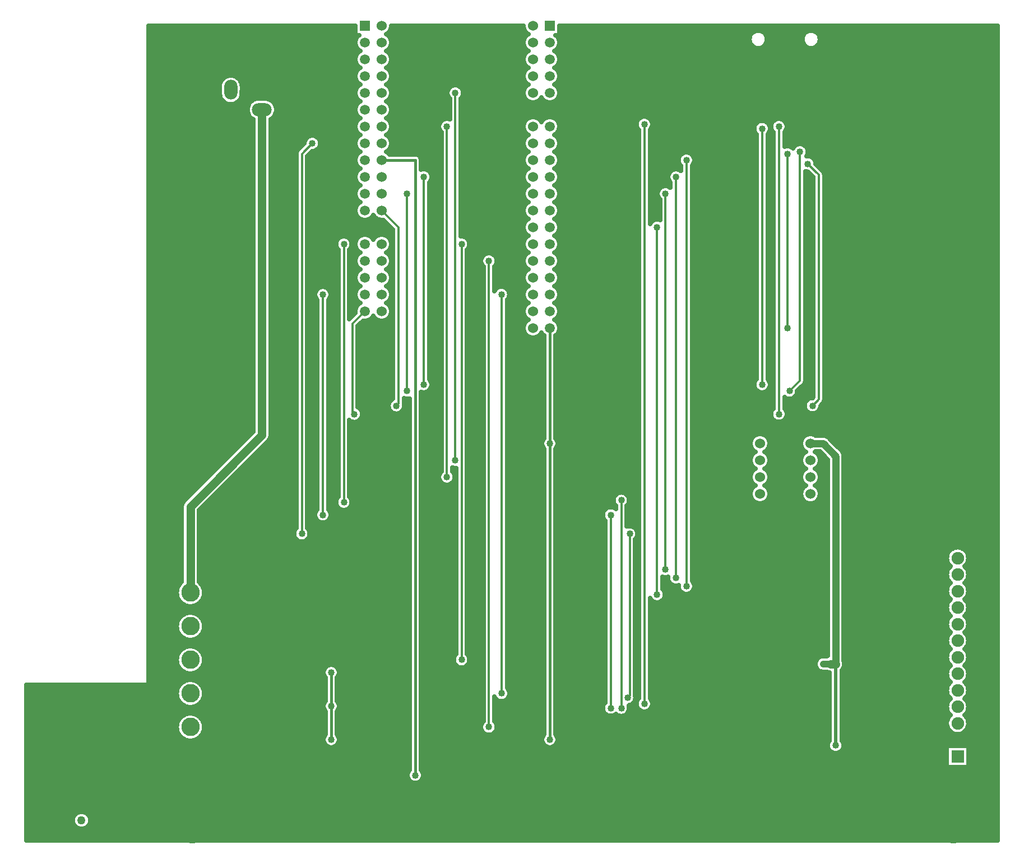
<source format=gbr>
G04 DipTrace 3.3.1.3*
G04 Bottom.gbr*
%MOIN*%
G04 #@! TF.FileFunction,Copper,L2,Bot*
G04 #@! TF.Part,Single*
G04 #@! TA.AperFunction,Conductor*
%ADD13C,0.015*%
%ADD14C,0.012*%
G04 #@! TA.AperFunction,ComponentPad*
%ADD15C,0.05*%
G04 #@! TA.AperFunction,Conductor*
%ADD16C,0.02*%
%ADD17C,0.042*%
G04 #@! TA.AperFunction,ViaPad*
%ADD19C,0.04*%
G04 #@! TA.AperFunction,CopperBalancing*
%ADD22C,0.025*%
G04 #@! TA.AperFunction,ComponentPad*
%ADD31R,0.05X0.05*%
%ADD32R,0.059055X0.059055*%
%ADD33C,0.059055*%
%ADD34R,0.074803X0.074803*%
%ADD35C,0.074803*%
%ADD40R,0.110236X0.110236*%
%ADD41C,0.110236*%
%ADD42O,0.11811X0.07874*%
%ADD43O,0.07874X0.11811*%
%ADD44C,0.23622*%
%ADD48C,0.06*%
%ADD49R,0.06X0.06*%
%FSLAX26Y26*%
G04*
G70*
G90*
G75*
G01*
G04 Bottom*
%LPD*%
X2243700Y1431397D2*
D13*
Y1230637D1*
Y1031200D1*
X3543700D2*
Y2793983D1*
Y3481200D1*
X4956200D2*
D14*
Y4518700D1*
X5243700Y996053D2*
D16*
Y1481200D1*
X5093700Y2793700D2*
D17*
X5168700D1*
X5243700Y2718700D1*
Y1481200D1*
D15*
X5213700D1*
D19*
X5168700D1*
X4906200Y4681200D2*
D14*
Y2968700D1*
X2381200D2*
X2368700Y2981200D1*
Y3506200D1*
X2443700Y3581200D1*
X2543700Y4481200D2*
D13*
X2743700D1*
Y818700D1*
X2931200Y2593700D2*
D14*
Y4681200D1*
X2981200Y2693700D2*
Y4881200D1*
X4106200Y1243700D2*
Y4693700D1*
X4006200Y1281200D2*
X4018700Y1293700D1*
Y2256200D1*
X2068700D2*
Y4518700D1*
X2131200Y4581200D1*
X3968700Y1218700D2*
Y2456200D1*
X2318700Y2443700D2*
Y3981200D1*
X3906200Y1218700D2*
Y2368700D1*
X2193700D2*
Y3681200D1*
X4231200Y2043700D2*
Y4281200D1*
X4293700Y1993700D2*
Y4381200D1*
X4356200Y1943700D2*
Y4481200D1*
X4181200Y1893700D2*
Y4081200D1*
X3256200Y1306200D2*
Y3681200D1*
X3018700Y1506200D2*
Y3981200D1*
X3181200Y1106200D2*
Y3881200D1*
X4806200Y4668700D2*
Y3143700D1*
X2793700D2*
Y4381200D1*
X5078543Y4458857D2*
X5143700Y4393700D1*
Y3056200D1*
X5106200Y3018700D1*
X2631200D2*
X2643700Y3031200D1*
Y4081200D1*
X2543700Y4181200D1*
X5031200Y4531200D2*
Y3168700D1*
X4968700Y3106200D1*
X2693700D2*
Y4281200D1*
X1831200Y4781200D2*
D15*
Y2843700D1*
X1406200Y2418700D1*
Y1906200D1*
D19*
X2243700Y1431397D3*
Y1031200D3*
X3543700D3*
X2243700Y1230637D3*
Y1031200D3*
X3543700Y2793983D3*
X4956200Y3481200D3*
Y4518700D3*
X5243700Y996053D3*
Y1481200D3*
D3*
D3*
X4906200Y4681200D3*
Y2968700D3*
X2381200D3*
X2743700Y818700D3*
X2931200Y2593700D3*
Y4681200D3*
X2981200Y2693700D3*
Y4881200D3*
X4106200Y1243700D3*
Y4693700D3*
X4006200Y1281200D3*
X4018700Y2256200D3*
X2068700D3*
X2131200Y4581200D3*
X3968700Y1218700D3*
Y2456200D3*
X2318700Y2443700D3*
Y3981200D3*
X3906200Y1218700D3*
Y2368700D3*
X2193700D3*
Y3681200D3*
X4231200Y2043700D3*
Y4281200D3*
X4293700Y1993700D3*
Y4381200D3*
X4356200Y1943700D3*
Y4481200D3*
X4181200Y1893700D3*
Y4081200D3*
X3256200Y1306200D3*
Y3681200D3*
X3018700Y1506200D3*
Y3981200D3*
X3181200Y1106200D3*
Y3881200D3*
X4806200Y4668700D3*
Y3143700D3*
X2793700D3*
Y4381200D3*
X5078543Y4458857D3*
X5106200Y3018700D3*
X2631200D3*
X5031200Y4531200D3*
X4968700Y3106200D3*
X2693700D3*
Y4281200D3*
X4618700Y5093700D3*
X4643700Y4868700D3*
X5206200Y5106200D3*
Y4868700D3*
X5031200Y4831200D3*
X4256200Y1543700D3*
X4218700D3*
X4293700D3*
X4856200Y1693700D3*
Y993700D3*
X5206200Y1481200D3*
X5168700D3*
X1158686Y5256331D2*
D22*
X2385160D1*
X2596924D2*
X3390455D1*
X3602220D2*
X6203704D1*
X1158686Y5231462D2*
X2385160D1*
X2572990D2*
X3414390D1*
X3602220D2*
X4739126D1*
X4826624D2*
X5054082D1*
X5141580D2*
X6203704D1*
X1158686Y5206594D2*
X2391260D1*
X2596673D2*
X3390742D1*
X3596155D2*
X4728828D1*
X4836923D2*
X5043783D1*
X5151878D2*
X6203704D1*
X1158686Y5181725D2*
X2385160D1*
X2602702D2*
X3384714D1*
X3602220D2*
X4731627D1*
X4834124D2*
X5046582D1*
X5149079D2*
X6203704D1*
X1158686Y5156856D2*
X2390722D1*
X2597176D2*
X3390204D1*
X3596658D2*
X4751040D1*
X4814711D2*
X5065995D1*
X5129666D2*
X6203704D1*
X1158686Y5131987D2*
X2414405D1*
X2573958D2*
X3413457D1*
X3572974D2*
X6203704D1*
X1158686Y5107119D2*
X2391511D1*
X2596422D2*
X3390993D1*
X3595868D2*
X6203704D1*
X1158686Y5082250D2*
X2385196D1*
X2602702D2*
X3384714D1*
X3602220D2*
X6203704D1*
X1158686Y5057381D2*
X2390471D1*
X2597427D2*
X3389953D1*
X3596909D2*
X6203704D1*
X1158686Y5032512D2*
X2413472D1*
X2574856D2*
X3412524D1*
X3573907D2*
X6203704D1*
X1158686Y5007644D2*
X2391798D1*
X2596135D2*
X3391280D1*
X3595581D2*
X6203704D1*
X1158686Y4982775D2*
X1627214D1*
X1665120D2*
X2385196D1*
X2602666D2*
X3384714D1*
X3602220D2*
X6203704D1*
X1158686Y4957906D2*
X1590504D1*
X1701793D2*
X2390255D1*
X2597678D2*
X3389737D1*
X3597160D2*
X6203704D1*
X1158686Y4933037D2*
X1579308D1*
X1713025D2*
X2412575D1*
X2575753D2*
X3411663D1*
X3574840D2*
X6203704D1*
X1158686Y4908169D2*
X1577801D1*
X1714532D2*
X2392085D1*
X2595848D2*
X2940826D1*
X3021578D2*
X3391568D1*
X3595294D2*
X6203704D1*
X1158686Y4883300D2*
X1577801D1*
X1714532D2*
X2385196D1*
X2602666D2*
X2932250D1*
X3030154D2*
X3384750D1*
X3602184D2*
X6203704D1*
X1158686Y4858431D2*
X1581282D1*
X1711016D2*
X2390004D1*
X2597893D2*
X2938171D1*
X3024233D2*
X3389486D1*
X3597375D2*
X6203704D1*
X1158686Y4833562D2*
X1596569D1*
X1695729D2*
X1769064D1*
X1893343D2*
X2411714D1*
X2576578D2*
X2946209D1*
X3016195D2*
X3410837D1*
X3476589D2*
X3511708D1*
X3575701D2*
X6203704D1*
X1158686Y4808693D2*
X1749148D1*
X1913259D2*
X2392372D1*
X2595561D2*
X2946209D1*
X3016195D2*
X6203704D1*
X1158686Y4783825D2*
X1743192D1*
X1919216D2*
X2385231D1*
X2602630D2*
X2946209D1*
X3016195D2*
X6203704D1*
X1158686Y4758956D2*
X1747031D1*
X1915376D2*
X2389789D1*
X2598144D2*
X2946209D1*
X3016195D2*
X6203704D1*
X1158686Y4734087D2*
X1762964D1*
X1899408D2*
X2410889D1*
X2577403D2*
X2946209D1*
X3016195D2*
X3421316D1*
X3466075D2*
X3522688D1*
X3564685D2*
X4080652D1*
X4131763D2*
X6203704D1*
X1158686Y4709218D2*
X1777210D1*
X1885197D2*
X2392695D1*
X2595274D2*
X2891593D1*
X3016195D2*
X3392142D1*
X3594720D2*
X4059875D1*
X4152540D2*
X4780896D1*
X4831504D2*
X4866587D1*
X4945796D2*
X6203704D1*
X1158686Y4684350D2*
X1777210D1*
X1885197D2*
X2385267D1*
X2602630D2*
X2882299D1*
X3016195D2*
X3384785D1*
X3602148D2*
X4058152D1*
X4154262D2*
X4759903D1*
X4955090D2*
X6203704D1*
X1158686Y4659481D2*
X1777210D1*
X1885197D2*
X2389538D1*
X2598360D2*
X2887574D1*
X3016195D2*
X3389056D1*
X3597842D2*
X4071214D1*
X4141200D2*
X4758109D1*
X4949815D2*
X6203704D1*
X1158686Y4634612D2*
X1777210D1*
X1885197D2*
X2410063D1*
X2578157D2*
X2896186D1*
X3016195D2*
X3409223D1*
X3577316D2*
X4071214D1*
X4141200D2*
X4771207D1*
X4841193D2*
X4871216D1*
X4941202D2*
X6203704D1*
X1158686Y4609743D2*
X1777210D1*
X1885197D2*
X2091986D1*
X2170405D2*
X2392982D1*
X2594951D2*
X2896186D1*
X3016195D2*
X3392429D1*
X3594397D2*
X4071214D1*
X4141200D2*
X4771207D1*
X4841193D2*
X4871216D1*
X4941202D2*
X6203704D1*
X1158686Y4584875D2*
X1777210D1*
X1885197D2*
X2082333D1*
X2180058D2*
X2385303D1*
X2602594D2*
X2896186D1*
X3016195D2*
X3384821D1*
X3602112D2*
X4071214D1*
X4141200D2*
X4771207D1*
X4841193D2*
X4871216D1*
X4941202D2*
X6203704D1*
X1158686Y4560006D2*
X1777210D1*
X1885197D2*
X2061556D1*
X2175106D2*
X2389322D1*
X2598575D2*
X2896186D1*
X3016195D2*
X3388840D1*
X3598057D2*
X4071214D1*
X4141200D2*
X4771207D1*
X4841193D2*
X4871216D1*
X5070206D2*
X6203704D1*
X1158686Y4535137D2*
X1777210D1*
X1885197D2*
X2038160D1*
X2140047D2*
X2409310D1*
X2578910D2*
X2896186D1*
X3016195D2*
X3408469D1*
X3578106D2*
X4071214D1*
X4141200D2*
X4771207D1*
X4841193D2*
X4871216D1*
X5080038D2*
X6203704D1*
X1158686Y4510268D2*
X1777210D1*
X1885197D2*
X2033710D1*
X2108720D2*
X2393305D1*
X2763822D2*
X2896186D1*
X3016195D2*
X3392752D1*
X3594110D2*
X4071214D1*
X4141200D2*
X4317415D1*
X4395009D2*
X4771207D1*
X4841193D2*
X4871216D1*
X5075230D2*
X6203704D1*
X1158686Y4485399D2*
X1777210D1*
X1885197D2*
X2033710D1*
X2103696D2*
X2385339D1*
X2779934D2*
X2896186D1*
X3016195D2*
X3384857D1*
X3602076D2*
X4071214D1*
X4141200D2*
X4307404D1*
X4405021D2*
X4771207D1*
X4841193D2*
X4871216D1*
X5119224D2*
X6203704D1*
X1158686Y4460531D2*
X1777210D1*
X1885197D2*
X2033710D1*
X2103696D2*
X2389107D1*
X2780185D2*
X2896186D1*
X3016195D2*
X3388625D1*
X3598273D2*
X4071214D1*
X4141200D2*
X4312033D1*
X4400356D2*
X4771207D1*
X4841193D2*
X4871216D1*
X5127513D2*
X6203704D1*
X1158686Y4435662D2*
X1777210D1*
X1885197D2*
X2033710D1*
X2103696D2*
X2408556D1*
X2780185D2*
X2896186D1*
X3016195D2*
X3407751D1*
X3578823D2*
X4071214D1*
X4141200D2*
X4321183D1*
X4391205D2*
X4771207D1*
X4841193D2*
X4871216D1*
X5150192D2*
X6203704D1*
X1158686Y4410793D2*
X1777210D1*
X1885197D2*
X2033710D1*
X2103696D2*
X2393628D1*
X2832073D2*
X2896186D1*
X3016195D2*
X3393075D1*
X3593787D2*
X4071214D1*
X4141200D2*
X4255336D1*
X4391205D2*
X4771207D1*
X4841193D2*
X4871216D1*
X5173840D2*
X6203704D1*
X1158686Y4385924D2*
X1777210D1*
X1885197D2*
X2033710D1*
X2103696D2*
X2385375D1*
X2842444D2*
X2896186D1*
X3016195D2*
X3384893D1*
X3602040D2*
X4071214D1*
X4141200D2*
X4244929D1*
X4391205D2*
X4771207D1*
X4841193D2*
X4871216D1*
X5066187D2*
X5103028D1*
X5178684D2*
X6203704D1*
X1158686Y4361056D2*
X1777210D1*
X1885197D2*
X2033710D1*
X2103696D2*
X2388928D1*
X2838102D2*
X2896186D1*
X3016195D2*
X3388410D1*
X3598488D2*
X4071214D1*
X4141200D2*
X4249307D1*
X4391205D2*
X4771207D1*
X4841193D2*
X4871216D1*
X5066187D2*
X5108698D1*
X5178684D2*
X6203704D1*
X1158686Y4336187D2*
X1777210D1*
X1885197D2*
X2033710D1*
X2103696D2*
X2407838D1*
X2828700D2*
X2896186D1*
X3016195D2*
X3407070D1*
X3579577D2*
X4071214D1*
X4141200D2*
X4258709D1*
X4391205D2*
X4771207D1*
X4841193D2*
X4871216D1*
X5066187D2*
X5108698D1*
X5178684D2*
X6203704D1*
X1158686Y4311318D2*
X1777210D1*
X1885197D2*
X2033710D1*
X2103696D2*
X2393951D1*
X2828700D2*
X2896186D1*
X3016195D2*
X3393398D1*
X3593428D2*
X4071214D1*
X4141200D2*
X4193256D1*
X4391205D2*
X4771207D1*
X4841193D2*
X4871216D1*
X5066187D2*
X5108698D1*
X5178684D2*
X6203704D1*
X1158686Y4286449D2*
X1777210D1*
X1885197D2*
X2033710D1*
X2103696D2*
X2385411D1*
X2828700D2*
X2896186D1*
X3016195D2*
X3384929D1*
X3601969D2*
X4071214D1*
X4141200D2*
X4182491D1*
X4391205D2*
X4771207D1*
X4841193D2*
X4871216D1*
X5066187D2*
X5108698D1*
X5178684D2*
X6203704D1*
X1158686Y4261581D2*
X1777210D1*
X1885197D2*
X2033710D1*
X2103696D2*
X2388712D1*
X2828700D2*
X2896186D1*
X3016195D2*
X3388230D1*
X3598667D2*
X4071214D1*
X4141200D2*
X4186546D1*
X4391205D2*
X4771207D1*
X4841193D2*
X4871216D1*
X5066187D2*
X5108698D1*
X5178684D2*
X6203704D1*
X1158686Y4236712D2*
X1777210D1*
X1885197D2*
X2033710D1*
X2103696D2*
X2407157D1*
X2828700D2*
X2896186D1*
X3016195D2*
X3406388D1*
X3580259D2*
X4071214D1*
X4141200D2*
X4196199D1*
X4391205D2*
X4771207D1*
X4841193D2*
X4871216D1*
X5066187D2*
X5108698D1*
X5178684D2*
X6203704D1*
X1158686Y4211843D2*
X1777210D1*
X1885197D2*
X2033710D1*
X2103696D2*
X2394310D1*
X2828700D2*
X2896186D1*
X3016195D2*
X3393721D1*
X3593105D2*
X4071214D1*
X4141200D2*
X4196199D1*
X4391205D2*
X4771207D1*
X4841193D2*
X4871216D1*
X5066187D2*
X5108698D1*
X5178684D2*
X6203704D1*
X1158686Y4186974D2*
X1777210D1*
X1885197D2*
X2033710D1*
X2103696D2*
X2385483D1*
X2828700D2*
X2896186D1*
X3016195D2*
X3385001D1*
X3601933D2*
X4071214D1*
X4141200D2*
X4196199D1*
X4391205D2*
X4771207D1*
X4841193D2*
X4871216D1*
X5066187D2*
X5108698D1*
X5178684D2*
X6203704D1*
X1158686Y4162106D2*
X1777210D1*
X1885197D2*
X2033710D1*
X2103696D2*
X2388533D1*
X2828700D2*
X2896186D1*
X3016195D2*
X3388015D1*
X3598883D2*
X4071214D1*
X4141200D2*
X4196199D1*
X4391205D2*
X4771207D1*
X4841193D2*
X4871216D1*
X5066187D2*
X5108698D1*
X5178684D2*
X6203704D1*
X1158686Y4137237D2*
X1777210D1*
X1885197D2*
X2033710D1*
X2103696D2*
X2406475D1*
X2480947D2*
X2505695D1*
X2828700D2*
X2896186D1*
X3016195D2*
X3405706D1*
X3580941D2*
X4071214D1*
X4141200D2*
X4196199D1*
X4391205D2*
X4771207D1*
X4841193D2*
X4871216D1*
X5066187D2*
X5108698D1*
X5178684D2*
X6203704D1*
X1158686Y4112368D2*
X1777210D1*
X1885197D2*
X2033710D1*
X2103696D2*
X2564078D1*
X2828700D2*
X2896186D1*
X3016195D2*
X3394079D1*
X3592746D2*
X4071214D1*
X4391205D2*
X4771207D1*
X4841193D2*
X4871216D1*
X5066187D2*
X5108698D1*
X5178684D2*
X6203704D1*
X1158686Y4087499D2*
X1777210D1*
X1885197D2*
X2033710D1*
X2103696D2*
X2588946D1*
X2828700D2*
X2896186D1*
X3016195D2*
X3385037D1*
X3601861D2*
X4071214D1*
X4391205D2*
X4771207D1*
X4841193D2*
X4871216D1*
X5066187D2*
X5108698D1*
X5178684D2*
X6203704D1*
X1158686Y4062630D2*
X1777210D1*
X1885197D2*
X2033710D1*
X2103696D2*
X2608682D1*
X2828700D2*
X2896186D1*
X3016195D2*
X3387836D1*
X3599062D2*
X4071214D1*
X4391205D2*
X4771207D1*
X4841193D2*
X4871216D1*
X5066187D2*
X5108698D1*
X5178684D2*
X6203704D1*
X1158686Y4037762D2*
X1777210D1*
X1885197D2*
X2033710D1*
X2103696D2*
X2608682D1*
X2828700D2*
X2896186D1*
X3016195D2*
X3405060D1*
X3581586D2*
X4071214D1*
X4391205D2*
X4771207D1*
X4841193D2*
X4871216D1*
X5066187D2*
X5108698D1*
X5178684D2*
X6203704D1*
X1158686Y4012893D2*
X1777210D1*
X1885197D2*
X2033710D1*
X2103696D2*
X2282172D1*
X2355244D2*
X2394992D1*
X2592977D2*
X2608682D1*
X2828700D2*
X2896186D1*
X3055237D2*
X3394438D1*
X3592388D2*
X4071214D1*
X4391205D2*
X4771207D1*
X4841193D2*
X4871216D1*
X5066187D2*
X5108698D1*
X5178684D2*
X6203704D1*
X1158686Y3988024D2*
X1777210D1*
X1885197D2*
X2033710D1*
X2103696D2*
X2270187D1*
X2367194D2*
X2385590D1*
X2828700D2*
X2896186D1*
X3067187D2*
X3385108D1*
X3601825D2*
X4071214D1*
X4391205D2*
X4771207D1*
X4841193D2*
X4871216D1*
X5066187D2*
X5108698D1*
X5178684D2*
X6203704D1*
X1158686Y3963155D2*
X1777210D1*
X1885197D2*
X2033710D1*
X2103696D2*
X2273345D1*
X2364072D2*
X2388174D1*
X2828700D2*
X2896186D1*
X3064065D2*
X3387656D1*
X3599241D2*
X4071214D1*
X4391205D2*
X4771207D1*
X4841193D2*
X4871216D1*
X5066187D2*
X5108698D1*
X5178684D2*
X6203704D1*
X1158686Y3938287D2*
X1777210D1*
X1885197D2*
X2033710D1*
X2103696D2*
X2283715D1*
X2353701D2*
X2405183D1*
X2582965D2*
X2608682D1*
X2828700D2*
X2896186D1*
X3053694D2*
X3404450D1*
X3582232D2*
X4071214D1*
X4391205D2*
X4771207D1*
X4841193D2*
X4871216D1*
X5066187D2*
X5108698D1*
X5178684D2*
X6203704D1*
X1158686Y3913418D2*
X1777210D1*
X1885197D2*
X2033710D1*
X2103696D2*
X2283715D1*
X2353701D2*
X2395351D1*
X2592618D2*
X2608682D1*
X2828700D2*
X2896186D1*
X3053694D2*
X3145187D1*
X3217218D2*
X3394797D1*
X3592029D2*
X4071214D1*
X4391205D2*
X4771207D1*
X4841193D2*
X4871216D1*
X5066187D2*
X5108698D1*
X5178684D2*
X6203704D1*
X1158686Y3888549D2*
X1777210D1*
X1885197D2*
X2033710D1*
X2103696D2*
X2283715D1*
X2353701D2*
X2385662D1*
X2828700D2*
X2896186D1*
X3053694D2*
X3132771D1*
X3229598D2*
X3385180D1*
X3601753D2*
X4071214D1*
X4391205D2*
X4771207D1*
X4841193D2*
X4871216D1*
X5066187D2*
X5108698D1*
X5178684D2*
X6203704D1*
X1158686Y3863680D2*
X1777210D1*
X1885197D2*
X2033710D1*
X2103696D2*
X2283715D1*
X2353701D2*
X2387995D1*
X2828700D2*
X2896186D1*
X3053694D2*
X3135642D1*
X3226764D2*
X3387477D1*
X3599421D2*
X4071214D1*
X4391205D2*
X4771207D1*
X4841193D2*
X4871216D1*
X5066187D2*
X5108698D1*
X5178684D2*
X6203704D1*
X1158686Y3838812D2*
X1777210D1*
X1885197D2*
X2033710D1*
X2103696D2*
X2283715D1*
X2353701D2*
X2404573D1*
X2583540D2*
X2608682D1*
X2828700D2*
X2896186D1*
X3053694D2*
X3146191D1*
X3216214D2*
X3403840D1*
X3582842D2*
X4071214D1*
X4391205D2*
X4771207D1*
X4841193D2*
X4871216D1*
X5066187D2*
X5108698D1*
X5178684D2*
X6203704D1*
X1158686Y3813943D2*
X1777210D1*
X1885197D2*
X2033710D1*
X2103696D2*
X2283715D1*
X2353701D2*
X2395746D1*
X2592259D2*
X2608682D1*
X2828700D2*
X2896186D1*
X3053694D2*
X3146191D1*
X3216214D2*
X3395156D1*
X3591670D2*
X4071214D1*
X4391205D2*
X4771207D1*
X4841193D2*
X4871216D1*
X5066187D2*
X5108698D1*
X5178684D2*
X6203704D1*
X1158686Y3789074D2*
X1777210D1*
X1885197D2*
X2033710D1*
X2103696D2*
X2283715D1*
X2353701D2*
X2385734D1*
X2828700D2*
X2896186D1*
X3053694D2*
X3146191D1*
X3216214D2*
X3385252D1*
X3601682D2*
X4071214D1*
X4391205D2*
X4771207D1*
X4841193D2*
X4871216D1*
X5066187D2*
X5108698D1*
X5178684D2*
X6203704D1*
X1158686Y3764205D2*
X1777210D1*
X1885197D2*
X2033710D1*
X2103696D2*
X2283715D1*
X2353701D2*
X2387815D1*
X2828700D2*
X2896186D1*
X3053694D2*
X3146191D1*
X3216214D2*
X3387333D1*
X3599600D2*
X4071214D1*
X4391205D2*
X4771207D1*
X4841193D2*
X4871216D1*
X5066187D2*
X5108698D1*
X5178684D2*
X6203704D1*
X1158686Y3739336D2*
X1777210D1*
X1885197D2*
X2033710D1*
X2103696D2*
X2283715D1*
X2353701D2*
X2403963D1*
X2584150D2*
X2608682D1*
X2828700D2*
X2896186D1*
X3053694D2*
X3146191D1*
X3216214D2*
X3403266D1*
X3583452D2*
X4071214D1*
X4391205D2*
X4771207D1*
X4841193D2*
X4871216D1*
X5066187D2*
X5108698D1*
X5178684D2*
X6203704D1*
X1158686Y3714468D2*
X1777210D1*
X1885197D2*
X2033710D1*
X2103696D2*
X2158695D1*
X2228681D2*
X2283715D1*
X2353701D2*
X2396104D1*
X2591865D2*
X2608682D1*
X2828700D2*
X2896186D1*
X3053694D2*
X3146191D1*
X3291176D2*
X3395515D1*
X3591275D2*
X4071214D1*
X4391205D2*
X4771207D1*
X4841193D2*
X4871216D1*
X5066187D2*
X5108698D1*
X5178684D2*
X6203704D1*
X1158686Y3689599D2*
X1777210D1*
X1885197D2*
X2033710D1*
X2103696D2*
X2145453D1*
X2241922D2*
X2283715D1*
X2353701D2*
X2385806D1*
X2828700D2*
X2896186D1*
X3053694D2*
X3146191D1*
X3304453D2*
X3385324D1*
X3601610D2*
X4071214D1*
X4391205D2*
X4771207D1*
X4841193D2*
X4871216D1*
X5066187D2*
X5108698D1*
X5178684D2*
X6203704D1*
X1158686Y3664730D2*
X1777210D1*
X1885197D2*
X2033710D1*
X2103696D2*
X2147714D1*
X2239697D2*
X2283715D1*
X2353701D2*
X2387636D1*
X2828700D2*
X2896186D1*
X3053694D2*
X3146191D1*
X3302192D2*
X3387154D1*
X3599744D2*
X4071214D1*
X4391205D2*
X4771207D1*
X4841193D2*
X4871216D1*
X5066187D2*
X5108698D1*
X5178684D2*
X6203704D1*
X1158686Y3639861D2*
X1777210D1*
X1885197D2*
X2033710D1*
X2103696D2*
X2158695D1*
X2228717D2*
X2283715D1*
X2353701D2*
X2403389D1*
X2584724D2*
X2608682D1*
X2828700D2*
X2896186D1*
X3053694D2*
X3146191D1*
X3291212D2*
X3402692D1*
X3584027D2*
X4071214D1*
X4391205D2*
X4771207D1*
X4841193D2*
X4871216D1*
X5066187D2*
X5108698D1*
X5178684D2*
X6203704D1*
X1158686Y3614993D2*
X1777210D1*
X1885197D2*
X2033710D1*
X2103696D2*
X2158695D1*
X2228717D2*
X2283715D1*
X2353701D2*
X2396499D1*
X2591470D2*
X2608682D1*
X2828700D2*
X2896186D1*
X3053694D2*
X3146191D1*
X3291212D2*
X3395910D1*
X3590880D2*
X4071214D1*
X4391205D2*
X4771207D1*
X4841193D2*
X4871216D1*
X5066187D2*
X5108698D1*
X5178684D2*
X6203704D1*
X1158686Y3590124D2*
X1777210D1*
X1885197D2*
X2033710D1*
X2103696D2*
X2158695D1*
X2228717D2*
X2283715D1*
X2353701D2*
X2385877D1*
X2828700D2*
X2896186D1*
X3053694D2*
X3146191D1*
X3291212D2*
X3385395D1*
X3601502D2*
X4071214D1*
X4391205D2*
X4771207D1*
X4841193D2*
X4871216D1*
X5066187D2*
X5108698D1*
X5178684D2*
X6203704D1*
X1158686Y3565255D2*
X1777210D1*
X1885197D2*
X2033710D1*
X2103696D2*
X2158695D1*
X2228717D2*
X2283715D1*
X2353701D2*
X2379311D1*
X2828700D2*
X2896186D1*
X3053694D2*
X3146191D1*
X3291212D2*
X3387010D1*
X3599923D2*
X4071214D1*
X4391205D2*
X4771207D1*
X4841193D2*
X4871216D1*
X5066187D2*
X5108698D1*
X5178684D2*
X6203704D1*
X1158686Y3540386D2*
X1777210D1*
X1885197D2*
X2033710D1*
X2103696D2*
X2158695D1*
X2228717D2*
X2283715D1*
X2484571D2*
X2502142D1*
X2585262D2*
X2608682D1*
X2828700D2*
X2896186D1*
X3053694D2*
X3146191D1*
X3291212D2*
X3402118D1*
X3584601D2*
X4071214D1*
X4391205D2*
X4771207D1*
X4841193D2*
X4871216D1*
X5066187D2*
X5108698D1*
X5178684D2*
X6203704D1*
X1158686Y3515518D2*
X1777210D1*
X1885197D2*
X2033710D1*
X2103696D2*
X2158695D1*
X2228717D2*
X2283715D1*
X2426474D2*
X2608682D1*
X2828700D2*
X2896186D1*
X3053694D2*
X3146191D1*
X3291212D2*
X3396304D1*
X3590486D2*
X4071214D1*
X4391205D2*
X4771207D1*
X4841193D2*
X4871216D1*
X5066187D2*
X5108698D1*
X5178684D2*
X6203704D1*
X1158686Y3490649D2*
X1777210D1*
X1885197D2*
X2033710D1*
X2103696D2*
X2158695D1*
X2228717D2*
X2283715D1*
X2403688D2*
X2608682D1*
X2828700D2*
X2896186D1*
X3053694D2*
X3146191D1*
X3291212D2*
X3385503D1*
X3601430D2*
X4071214D1*
X4391205D2*
X4771207D1*
X4841193D2*
X4871216D1*
X5066187D2*
X5108698D1*
X5178684D2*
X6203704D1*
X1158686Y3465780D2*
X1777210D1*
X1885197D2*
X2033710D1*
X2103696D2*
X2158695D1*
X2228717D2*
X2283715D1*
X2403688D2*
X2608682D1*
X2828700D2*
X2896186D1*
X3053694D2*
X3146191D1*
X3291212D2*
X3386831D1*
X3600067D2*
X4071214D1*
X4391205D2*
X4771207D1*
X4841193D2*
X4871216D1*
X5066187D2*
X5108698D1*
X5178684D2*
X6203704D1*
X1158686Y3440911D2*
X1777210D1*
X1885197D2*
X2033710D1*
X2103696D2*
X2158695D1*
X2228717D2*
X2283715D1*
X2403688D2*
X2608682D1*
X2828700D2*
X2896186D1*
X3053694D2*
X3146191D1*
X3291212D2*
X3401579D1*
X3485812D2*
X3502270D1*
X3585139D2*
X4071214D1*
X4391205D2*
X4771207D1*
X4841193D2*
X4871216D1*
X5066187D2*
X5108698D1*
X5178684D2*
X6203704D1*
X1158686Y3416043D2*
X1777210D1*
X1885197D2*
X2033710D1*
X2103696D2*
X2158695D1*
X2228717D2*
X2283715D1*
X2403688D2*
X2608682D1*
X2828700D2*
X2896186D1*
X3053694D2*
X3146191D1*
X3291212D2*
X3507186D1*
X3580187D2*
X4071214D1*
X4391205D2*
X4771207D1*
X4841193D2*
X4871216D1*
X5066187D2*
X5108698D1*
X5178684D2*
X6203704D1*
X1158686Y3391174D2*
X1777210D1*
X1885197D2*
X2033710D1*
X2103696D2*
X2158695D1*
X2228717D2*
X2283715D1*
X2403688D2*
X2608682D1*
X2828700D2*
X2896186D1*
X3053694D2*
X3146191D1*
X3291212D2*
X3507186D1*
X3580187D2*
X4071214D1*
X4391205D2*
X4771207D1*
X4841193D2*
X4871216D1*
X5066187D2*
X5108698D1*
X5178684D2*
X6203704D1*
X1158686Y3366305D2*
X1777210D1*
X1885197D2*
X2033710D1*
X2103696D2*
X2158695D1*
X2228717D2*
X2283715D1*
X2403688D2*
X2608682D1*
X2828700D2*
X2896186D1*
X3053694D2*
X3146191D1*
X3291212D2*
X3507186D1*
X3580187D2*
X4071214D1*
X4391205D2*
X4771207D1*
X4841193D2*
X4871216D1*
X5066187D2*
X5108698D1*
X5178684D2*
X6203704D1*
X1158686Y3341436D2*
X1777210D1*
X1885197D2*
X2033710D1*
X2103696D2*
X2158695D1*
X2228717D2*
X2283715D1*
X2403688D2*
X2608682D1*
X2828700D2*
X2896186D1*
X3053694D2*
X3146191D1*
X3291212D2*
X3507186D1*
X3580187D2*
X4071214D1*
X4391205D2*
X4771207D1*
X4841193D2*
X4871216D1*
X5066187D2*
X5108698D1*
X5178684D2*
X6203704D1*
X1158686Y3316567D2*
X1777210D1*
X1885197D2*
X2033710D1*
X2103696D2*
X2158695D1*
X2228717D2*
X2283715D1*
X2403688D2*
X2608682D1*
X2828700D2*
X2896186D1*
X3053694D2*
X3146191D1*
X3291212D2*
X3507186D1*
X3580187D2*
X4071214D1*
X4391205D2*
X4771207D1*
X4841193D2*
X4871216D1*
X5066187D2*
X5108698D1*
X5178684D2*
X6203704D1*
X1158686Y3291699D2*
X1777210D1*
X1885197D2*
X2033710D1*
X2103696D2*
X2158695D1*
X2228717D2*
X2283715D1*
X2403688D2*
X2608682D1*
X2828700D2*
X2896186D1*
X3053694D2*
X3146191D1*
X3291212D2*
X3507186D1*
X3580187D2*
X4071214D1*
X4391205D2*
X4771207D1*
X4841193D2*
X4871216D1*
X5066187D2*
X5108698D1*
X5178684D2*
X6203704D1*
X1158686Y3266830D2*
X1777210D1*
X1885197D2*
X2033710D1*
X2103696D2*
X2158695D1*
X2228717D2*
X2283715D1*
X2403688D2*
X2608682D1*
X2828700D2*
X2896186D1*
X3053694D2*
X3146191D1*
X3291212D2*
X3507186D1*
X3580187D2*
X4071214D1*
X4391205D2*
X4771207D1*
X4841193D2*
X4871216D1*
X5066187D2*
X5108698D1*
X5178684D2*
X6203704D1*
X1158686Y3241961D2*
X1777210D1*
X1885197D2*
X2033710D1*
X2103696D2*
X2158695D1*
X2228717D2*
X2283715D1*
X2403688D2*
X2608682D1*
X2828700D2*
X2896186D1*
X3053694D2*
X3146191D1*
X3291212D2*
X3507186D1*
X3580187D2*
X4071214D1*
X4391205D2*
X4771207D1*
X4841193D2*
X4871216D1*
X5066187D2*
X5108698D1*
X5178684D2*
X6203704D1*
X1158686Y3217092D2*
X1777210D1*
X1885197D2*
X2033710D1*
X2103696D2*
X2158695D1*
X2228717D2*
X2283715D1*
X2403688D2*
X2608682D1*
X2828700D2*
X2896186D1*
X3053694D2*
X3146191D1*
X3291212D2*
X3507186D1*
X3580187D2*
X4071214D1*
X4391205D2*
X4771207D1*
X4841193D2*
X4871216D1*
X5066187D2*
X5108698D1*
X5178684D2*
X6203704D1*
X1158686Y3192224D2*
X1777210D1*
X1885197D2*
X2033710D1*
X2103696D2*
X2158695D1*
X2228717D2*
X2283715D1*
X2403688D2*
X2608682D1*
X2828700D2*
X2896186D1*
X3053694D2*
X3146191D1*
X3291212D2*
X3507186D1*
X3580187D2*
X4071214D1*
X4391205D2*
X4771207D1*
X4841193D2*
X4871216D1*
X5066187D2*
X5108698D1*
X5178684D2*
X6203704D1*
X1158686Y3167355D2*
X1777210D1*
X1885197D2*
X2033710D1*
X2103696D2*
X2158695D1*
X2228717D2*
X2283715D1*
X2403688D2*
X2608682D1*
X2836236D2*
X2896186D1*
X3053694D2*
X3146191D1*
X3291212D2*
X3507186D1*
X3580187D2*
X4071214D1*
X4391205D2*
X4763671D1*
X4848729D2*
X4871216D1*
X5066187D2*
X5108698D1*
X5178684D2*
X6203704D1*
X1158686Y3142486D2*
X1777210D1*
X1885197D2*
X2033710D1*
X2103696D2*
X2158695D1*
X2228717D2*
X2283715D1*
X2403688D2*
X2608682D1*
X2842695D2*
X2896186D1*
X3053694D2*
X3146191D1*
X3291212D2*
X3507186D1*
X3580187D2*
X4071214D1*
X4391205D2*
X4757212D1*
X4855188D2*
X4871216D1*
X5053448D2*
X5108698D1*
X5178684D2*
X6203704D1*
X1158686Y3117617D2*
X1777210D1*
X1885197D2*
X2033710D1*
X2103696D2*
X2158695D1*
X2228717D2*
X2283715D1*
X2403688D2*
X2608682D1*
X2834693D2*
X2896186D1*
X3053694D2*
X3146191D1*
X3291212D2*
X3507186D1*
X3580187D2*
X4071214D1*
X4391205D2*
X4765214D1*
X4847186D2*
X4871216D1*
X5028580D2*
X5108698D1*
X5178684D2*
X6203704D1*
X1158686Y3092749D2*
X1777210D1*
X1885197D2*
X2033710D1*
X2103696D2*
X2158695D1*
X2228717D2*
X2283715D1*
X2403688D2*
X2608682D1*
X2780185D2*
X2896186D1*
X3053694D2*
X3146191D1*
X3291212D2*
X3507186D1*
X3580187D2*
X4071214D1*
X4391205D2*
X4871216D1*
X5015698D2*
X5108698D1*
X5178684D2*
X6203704D1*
X1158686Y3067880D2*
X1777210D1*
X1885197D2*
X2033710D1*
X2103696D2*
X2158695D1*
X2228717D2*
X2283715D1*
X2403688D2*
X2608682D1*
X2780185D2*
X2896186D1*
X3053694D2*
X3146191D1*
X3291212D2*
X3507186D1*
X3580187D2*
X4071214D1*
X4391205D2*
X4871216D1*
X4997541D2*
X5106903D1*
X5178684D2*
X6203704D1*
X1158686Y3043011D2*
X1777210D1*
X1885197D2*
X2033710D1*
X2103696D2*
X2158695D1*
X2228717D2*
X2283715D1*
X2403688D2*
X2589054D1*
X2678704D2*
X2707184D1*
X2780185D2*
X2896186D1*
X3053694D2*
X3146191D1*
X3291212D2*
X3507186D1*
X3580187D2*
X4071214D1*
X4391205D2*
X4871216D1*
X4941202D2*
X5064058D1*
X5175921D2*
X6203704D1*
X1158686Y3018142D2*
X1777210D1*
X1885197D2*
X2033710D1*
X2103696D2*
X2158695D1*
X2228717D2*
X2283715D1*
X2403688D2*
X2582200D1*
X2680212D2*
X2707184D1*
X2780185D2*
X2896186D1*
X3053694D2*
X3146191D1*
X3291212D2*
X3507186D1*
X3580187D2*
X4071214D1*
X4391205D2*
X4871216D1*
X4941202D2*
X5057204D1*
X5155180D2*
X6203704D1*
X1158686Y2993273D2*
X1777210D1*
X1885197D2*
X2033710D1*
X2103696D2*
X2158695D1*
X2228717D2*
X2283715D1*
X2423173D2*
X2589771D1*
X2672640D2*
X2707184D1*
X2780185D2*
X2896186D1*
X3053694D2*
X3146191D1*
X3291212D2*
X3507186D1*
X3580187D2*
X4071214D1*
X4391205D2*
X4864219D1*
X4948164D2*
X5064775D1*
X5147644D2*
X6203704D1*
X1158686Y2968405D2*
X1777210D1*
X1885197D2*
X2033710D1*
X2103696D2*
X2158695D1*
X2228717D2*
X2283715D1*
X2430206D2*
X2707184D1*
X2780185D2*
X2896186D1*
X3053694D2*
X3146191D1*
X3291212D2*
X3507186D1*
X3580187D2*
X4071214D1*
X4391205D2*
X4857185D1*
X4955197D2*
X6203704D1*
X1158686Y2943536D2*
X1777210D1*
X1885197D2*
X2033710D1*
X2103696D2*
X2158695D1*
X2228717D2*
X2283715D1*
X2422814D2*
X2707184D1*
X2780185D2*
X2896186D1*
X3053694D2*
X3146191D1*
X3291212D2*
X3507186D1*
X3580187D2*
X4071214D1*
X4391205D2*
X4864613D1*
X4947805D2*
X6203704D1*
X1158686Y2918667D2*
X1777210D1*
X1885197D2*
X2033710D1*
X2103696D2*
X2158695D1*
X2228717D2*
X2283715D1*
X2353701D2*
X2707184D1*
X2780185D2*
X2896186D1*
X3053694D2*
X3146191D1*
X3291212D2*
X3507186D1*
X3580187D2*
X4071214D1*
X4391205D2*
X6203704D1*
X1158686Y2893798D2*
X1777210D1*
X1885197D2*
X2033710D1*
X2103696D2*
X2158695D1*
X2228717D2*
X2283715D1*
X2353701D2*
X2707184D1*
X2780185D2*
X2896186D1*
X3053694D2*
X3146191D1*
X3291212D2*
X3507186D1*
X3580187D2*
X4071214D1*
X4391205D2*
X6203704D1*
X1158686Y2868930D2*
X1777210D1*
X1885197D2*
X2033710D1*
X2103696D2*
X2158695D1*
X2228717D2*
X2283715D1*
X2353701D2*
X2707184D1*
X2780185D2*
X2896186D1*
X3053694D2*
X3146191D1*
X3291212D2*
X3507186D1*
X3580187D2*
X4071214D1*
X4391205D2*
X6203704D1*
X1158686Y2844061D2*
X1756218D1*
X1885197D2*
X2033710D1*
X2103696D2*
X2158695D1*
X2228717D2*
X2283715D1*
X2353701D2*
X2707184D1*
X2780185D2*
X2896186D1*
X3053694D2*
X3146191D1*
X3291212D2*
X3507186D1*
X3580187D2*
X4071214D1*
X4391205D2*
X4765573D1*
X4821816D2*
X5065601D1*
X5121807D2*
X6203704D1*
X1158686Y2819192D2*
X1731350D1*
X1878989D2*
X2033710D1*
X2103696D2*
X2158695D1*
X2228717D2*
X2283715D1*
X2353701D2*
X2707184D1*
X2780185D2*
X2896186D1*
X3053694D2*
X3146191D1*
X3291212D2*
X3502127D1*
X3585282D2*
X4071214D1*
X4391205D2*
X4740777D1*
X4846612D2*
X5040769D1*
X5212882D2*
X6203704D1*
X1158686Y2794323D2*
X1706482D1*
X1857172D2*
X2033710D1*
X2103696D2*
X2158695D1*
X2228717D2*
X2283715D1*
X2353701D2*
X2707184D1*
X2780185D2*
X2896186D1*
X3053694D2*
X3146191D1*
X3291212D2*
X3494699D1*
X3592711D2*
X4071214D1*
X4391205D2*
X4734713D1*
X4852712D2*
X5034704D1*
X5237749D2*
X6203704D1*
X1158686Y2769455D2*
X1681614D1*
X1832304D2*
X2033710D1*
X2103696D2*
X2158695D1*
X2228717D2*
X2283715D1*
X2353701D2*
X2707184D1*
X2780185D2*
X2896186D1*
X3053694D2*
X3146191D1*
X3291212D2*
X3501696D1*
X3585713D2*
X4071214D1*
X4391205D2*
X4740167D1*
X4847222D2*
X5040159D1*
X5262617D2*
X6203704D1*
X1158686Y2744586D2*
X1656747D1*
X1807400D2*
X2033710D1*
X2103696D2*
X2158695D1*
X2228717D2*
X2283715D1*
X2353701D2*
X2707184D1*
X2780185D2*
X2896186D1*
X3053694D2*
X3146191D1*
X3291212D2*
X3507186D1*
X3580187D2*
X4071214D1*
X4391205D2*
X4763276D1*
X4824112D2*
X5063268D1*
X5124140D2*
X5148134D1*
X5286014D2*
X6203704D1*
X1158686Y2719717D2*
X1631879D1*
X1782533D2*
X2033710D1*
X2103696D2*
X2158695D1*
X2228717D2*
X2283715D1*
X2353701D2*
X2707184D1*
X2780185D2*
X2896186D1*
X3053694D2*
X3146191D1*
X3291212D2*
X3507186D1*
X3580187D2*
X4071214D1*
X4391205D2*
X4741064D1*
X4846360D2*
X5041056D1*
X5146352D2*
X5173002D1*
X5293693D2*
X6203704D1*
X1158686Y2694848D2*
X1607011D1*
X1757665D2*
X2033710D1*
X2103696D2*
X2158695D1*
X2228717D2*
X2283715D1*
X2353701D2*
X2707184D1*
X2780185D2*
X2896186D1*
X3053694D2*
X3146191D1*
X3291212D2*
X3507186D1*
X3580187D2*
X4071214D1*
X4391205D2*
X4734713D1*
X4852676D2*
X5034704D1*
X5152704D2*
X5193707D1*
X5293693D2*
X6203704D1*
X1158686Y2669980D2*
X1582143D1*
X1732797D2*
X2033710D1*
X2103696D2*
X2158695D1*
X2228717D2*
X2283715D1*
X2353701D2*
X2707184D1*
X2780185D2*
X2896186D1*
X3053694D2*
X3146191D1*
X3291212D2*
X3507186D1*
X3580187D2*
X4071214D1*
X4391205D2*
X4739916D1*
X4847473D2*
X5039908D1*
X5147465D2*
X5193707D1*
X5293693D2*
X6203704D1*
X1158686Y2645111D2*
X1557276D1*
X1707930D2*
X2033710D1*
X2103696D2*
X2158695D1*
X2228717D2*
X2283715D1*
X2353701D2*
X2707184D1*
X2780185D2*
X2896186D1*
X2966209D2*
X2983708D1*
X3053694D2*
X3146191D1*
X3291212D2*
X3507186D1*
X3580187D2*
X4071214D1*
X4391205D2*
X4762379D1*
X4825045D2*
X5062371D1*
X5125037D2*
X5193707D1*
X5293693D2*
X6203704D1*
X1158686Y2620242D2*
X1532408D1*
X1683062D2*
X2033710D1*
X2103696D2*
X2158695D1*
X2228717D2*
X2283715D1*
X2353701D2*
X2707184D1*
X2780185D2*
X2890517D1*
X3053694D2*
X3146191D1*
X3291212D2*
X3507186D1*
X3580187D2*
X4071214D1*
X4391205D2*
X4741315D1*
X4846073D2*
X5041307D1*
X5146065D2*
X5193707D1*
X5293693D2*
X6203704D1*
X1158686Y2595373D2*
X1507540D1*
X1658194D2*
X2033710D1*
X2103696D2*
X2158695D1*
X2228717D2*
X2283715D1*
X2353701D2*
X2707184D1*
X2780185D2*
X2882227D1*
X3053694D2*
X3146191D1*
X3291212D2*
X3507186D1*
X3580187D2*
X4071214D1*
X4391205D2*
X4734713D1*
X4852676D2*
X5034740D1*
X5152668D2*
X5193707D1*
X5293693D2*
X6203704D1*
X1158686Y2570504D2*
X1482672D1*
X1633326D2*
X2033710D1*
X2103696D2*
X2158695D1*
X2228717D2*
X2283715D1*
X2353701D2*
X2707184D1*
X2780185D2*
X2888399D1*
X3053694D2*
X3146191D1*
X3291212D2*
X3507186D1*
X3580187D2*
X4071214D1*
X4391205D2*
X4739665D1*
X4847724D2*
X5039692D1*
X5147716D2*
X5193707D1*
X5293693D2*
X6203704D1*
X1158686Y2545636D2*
X1457805D1*
X1608459D2*
X2033710D1*
X2103696D2*
X2158695D1*
X2228717D2*
X2283715D1*
X2353701D2*
X2707184D1*
X2780185D2*
X2983708D1*
X3053694D2*
X3146191D1*
X3291212D2*
X3507186D1*
X3580187D2*
X4071214D1*
X4391205D2*
X4761518D1*
X4825906D2*
X5061510D1*
X5125898D2*
X5193707D1*
X5293693D2*
X6203704D1*
X1158686Y2520767D2*
X1432937D1*
X1583591D2*
X2033710D1*
X2103696D2*
X2158695D1*
X2228717D2*
X2283715D1*
X2353701D2*
X2707184D1*
X2780185D2*
X2983708D1*
X3053694D2*
X3146191D1*
X3291212D2*
X3507186D1*
X3580187D2*
X4071214D1*
X4391205D2*
X4741602D1*
X4845786D2*
X5041594D1*
X5145778D2*
X5193707D1*
X5293693D2*
X6203704D1*
X1158686Y2495898D2*
X1408069D1*
X1558723D2*
X2033710D1*
X2103696D2*
X2158695D1*
X2228717D2*
X2283715D1*
X2353701D2*
X2707184D1*
X2780185D2*
X2983708D1*
X3053694D2*
X3146191D1*
X3291212D2*
X3507186D1*
X3580187D2*
X3941995D1*
X3995403D2*
X4071214D1*
X4391205D2*
X4734749D1*
X4852640D2*
X5034740D1*
X5152668D2*
X5193707D1*
X5293693D2*
X6203704D1*
X1158686Y2471029D2*
X1383201D1*
X1533855D2*
X2033710D1*
X2103696D2*
X2158695D1*
X2228717D2*
X2278584D1*
X2358833D2*
X2707184D1*
X2780185D2*
X2983708D1*
X3053694D2*
X3146191D1*
X3291212D2*
X3507186D1*
X3580187D2*
X3922115D1*
X4015283D2*
X4071214D1*
X4391205D2*
X4739449D1*
X4847939D2*
X5039441D1*
X5147967D2*
X5193707D1*
X5293693D2*
X6203704D1*
X1158686Y2446161D2*
X1360128D1*
X1508988D2*
X2033710D1*
X2103696D2*
X2158695D1*
X2228717D2*
X2269756D1*
X2367624D2*
X2707184D1*
X2780185D2*
X2983708D1*
X3053694D2*
X3146191D1*
X3291212D2*
X3507186D1*
X3580187D2*
X3920788D1*
X4016610D2*
X4071214D1*
X4391205D2*
X4760657D1*
X4826732D2*
X5060685D1*
X5126724D2*
X5193707D1*
X5293693D2*
X6203704D1*
X1158686Y2421292D2*
X1352269D1*
X1484120D2*
X2033710D1*
X2103696D2*
X2158695D1*
X2228717D2*
X2275462D1*
X2361955D2*
X2707184D1*
X2780185D2*
X2983708D1*
X3053694D2*
X3146191D1*
X3291212D2*
X3507186D1*
X3580187D2*
X3933706D1*
X4003692D2*
X4071214D1*
X4391205D2*
X5193707D1*
X5293693D2*
X6203704D1*
X1158686Y2396423D2*
X1352197D1*
X1460185D2*
X2033710D1*
X2103696D2*
X2153850D1*
X2233525D2*
X2707184D1*
X2780185D2*
X2983708D1*
X3053694D2*
X3146191D1*
X3291212D2*
X3507186D1*
X3580187D2*
X3866351D1*
X4003692D2*
X4071214D1*
X4391205D2*
X5193707D1*
X5293693D2*
X6203704D1*
X1158686Y2371554D2*
X1352197D1*
X1460185D2*
X2033710D1*
X2103696D2*
X2144772D1*
X2242604D2*
X2707184D1*
X2780185D2*
X2983708D1*
X3053694D2*
X3146191D1*
X3291212D2*
X3507186D1*
X3580187D2*
X3857273D1*
X4003692D2*
X4071214D1*
X4391205D2*
X5193707D1*
X5293693D2*
X6203704D1*
X1158686Y2346686D2*
X1352197D1*
X1460185D2*
X2033710D1*
X2103696D2*
X2150226D1*
X2237149D2*
X2707184D1*
X2780185D2*
X2983708D1*
X3053694D2*
X3146191D1*
X3291212D2*
X3507186D1*
X3580187D2*
X3862727D1*
X4003692D2*
X4071214D1*
X4391205D2*
X5193707D1*
X5293693D2*
X6203704D1*
X1158686Y2321817D2*
X1352197D1*
X1460185D2*
X2033710D1*
X2103696D2*
X2707184D1*
X2780185D2*
X2983708D1*
X3053694D2*
X3146191D1*
X3291212D2*
X3507186D1*
X3580187D2*
X3871196D1*
X4003692D2*
X4071214D1*
X4391205D2*
X5193707D1*
X5293693D2*
X6203704D1*
X1158686Y2296948D2*
X1352197D1*
X1460185D2*
X2033710D1*
X2103696D2*
X2707184D1*
X2780185D2*
X2983708D1*
X3053694D2*
X3146191D1*
X3291212D2*
X3507186D1*
X3580187D2*
X3871196D1*
X4043595D2*
X4071214D1*
X4391205D2*
X5193707D1*
X5293693D2*
X6203704D1*
X1158686Y2272079D2*
X1352197D1*
X1460185D2*
X2022478D1*
X2114892D2*
X2707184D1*
X2780185D2*
X2983708D1*
X3053694D2*
X3146191D1*
X3291212D2*
X3507186D1*
X3580187D2*
X3871196D1*
X4391205D2*
X5193707D1*
X5293693D2*
X6203704D1*
X1158686Y2247210D2*
X1352197D1*
X1460185D2*
X2020576D1*
X2116830D2*
X2707184D1*
X2780185D2*
X2983708D1*
X3053694D2*
X3146191D1*
X3291212D2*
X3507186D1*
X3580187D2*
X3871196D1*
X4391205D2*
X5193707D1*
X5293693D2*
X6203704D1*
X1158686Y2222342D2*
X1352197D1*
X1460185D2*
X2034320D1*
X2103086D2*
X2707184D1*
X2780185D2*
X2983708D1*
X3053694D2*
X3146191D1*
X3291212D2*
X3507186D1*
X3580187D2*
X3871196D1*
X4053715D2*
X4071214D1*
X4391205D2*
X5193707D1*
X5293693D2*
X6203704D1*
X1158686Y2197473D2*
X1352197D1*
X1460185D2*
X2707184D1*
X2780185D2*
X2983708D1*
X3053694D2*
X3146191D1*
X3291212D2*
X3507186D1*
X3580187D2*
X3871196D1*
X4053715D2*
X4071214D1*
X4391205D2*
X5193707D1*
X5293693D2*
X6203704D1*
X1158686Y2172604D2*
X1352197D1*
X1460185D2*
X2707184D1*
X2780185D2*
X2983708D1*
X3053694D2*
X3146191D1*
X3291212D2*
X3507186D1*
X3580187D2*
X3871196D1*
X4053715D2*
X4071214D1*
X4391205D2*
X5193707D1*
X5293693D2*
X5945050D1*
X5992358D2*
X6203704D1*
X1158686Y2147735D2*
X1352197D1*
X1460185D2*
X2707184D1*
X2780185D2*
X2983708D1*
X3053694D2*
X3146191D1*
X3291212D2*
X3507186D1*
X3580187D2*
X3871196D1*
X4053715D2*
X4071214D1*
X4391205D2*
X5193707D1*
X5293693D2*
X5913006D1*
X6024367D2*
X6203704D1*
X1158686Y2122867D2*
X1352197D1*
X1460185D2*
X2707184D1*
X2780185D2*
X2983708D1*
X3053694D2*
X3146191D1*
X3291212D2*
X3507186D1*
X3580187D2*
X3871196D1*
X4053715D2*
X4071214D1*
X4391205D2*
X5193707D1*
X5293693D2*
X5903174D1*
X6034235D2*
X6203704D1*
X1158686Y2097998D2*
X1352197D1*
X1460185D2*
X2707184D1*
X2780185D2*
X2983708D1*
X3053694D2*
X3146191D1*
X3291212D2*
X3507186D1*
X3580187D2*
X3871196D1*
X4053715D2*
X4071214D1*
X4391205D2*
X5193707D1*
X5293693D2*
X5903927D1*
X6033481D2*
X6203704D1*
X1158686Y2073129D2*
X1352197D1*
X1460185D2*
X2707184D1*
X2780185D2*
X2983708D1*
X3053694D2*
X3146191D1*
X3291212D2*
X3507186D1*
X3580187D2*
X3871196D1*
X4053715D2*
X4071214D1*
X4391205D2*
X5193707D1*
X5293693D2*
X5915697D1*
X6021675D2*
X6203704D1*
X1158686Y2048260D2*
X1352197D1*
X1460185D2*
X2707184D1*
X2780185D2*
X2983708D1*
X3053694D2*
X3146191D1*
X3291212D2*
X3507186D1*
X3580187D2*
X3871196D1*
X4053715D2*
X4071214D1*
X4391205D2*
X5193707D1*
X5293693D2*
X5912324D1*
X6025048D2*
X6203704D1*
X1158686Y2023392D2*
X1352197D1*
X1460185D2*
X2707184D1*
X2780185D2*
X2983708D1*
X3053694D2*
X3146191D1*
X3291212D2*
X3507186D1*
X3580187D2*
X3871196D1*
X4053715D2*
X4071214D1*
X4391205D2*
X5193707D1*
X5293693D2*
X5902994D1*
X6034378D2*
X6203704D1*
X1158686Y1998523D2*
X1352197D1*
X1460185D2*
X2707184D1*
X2780185D2*
X2983708D1*
X3053694D2*
X3146191D1*
X3291212D2*
X3507186D1*
X3580187D2*
X3871196D1*
X4053715D2*
X4071214D1*
X4391205D2*
X5193707D1*
X5293693D2*
X5904178D1*
X6033230D2*
X6203704D1*
X1158686Y1973654D2*
X1352197D1*
X1460185D2*
X2707184D1*
X2780185D2*
X2983708D1*
X3053694D2*
X3146191D1*
X3291212D2*
X3507186D1*
X3580187D2*
X3871196D1*
X4053715D2*
X4071214D1*
X4216198D2*
X4249235D1*
X4394256D2*
X5193707D1*
X5293693D2*
X5916558D1*
X6020850D2*
X6203704D1*
X1158686Y1948785D2*
X1334076D1*
X1478342D2*
X2707184D1*
X2780185D2*
X2983708D1*
X3053694D2*
X3146191D1*
X3291212D2*
X3507186D1*
X3580187D2*
X3871196D1*
X4053715D2*
X4071214D1*
X4216198D2*
X4279163D1*
X4404913D2*
X5193707D1*
X5293693D2*
X5911678D1*
X6025730D2*
X6203704D1*
X1158686Y1923917D2*
X1324028D1*
X1488354D2*
X2707184D1*
X2780185D2*
X2983708D1*
X3053694D2*
X3146191D1*
X3291212D2*
X3507186D1*
X3580187D2*
X3871196D1*
X4053715D2*
X4071214D1*
X4219033D2*
X4311602D1*
X4400787D2*
X5193707D1*
X5293693D2*
X5902851D1*
X6034522D2*
X6203704D1*
X1158686Y1899048D2*
X1322414D1*
X1490005D2*
X2707184D1*
X2780185D2*
X2983708D1*
X3053694D2*
X3146191D1*
X3291212D2*
X3507186D1*
X3580187D2*
X3871196D1*
X4053715D2*
X4071214D1*
X4229906D2*
X4340704D1*
X4371684D2*
X5193707D1*
X5293693D2*
X5904429D1*
X6032943D2*
X6203704D1*
X1158686Y1874179D2*
X1328622D1*
X1483761D2*
X2707184D1*
X2780185D2*
X2983708D1*
X3053694D2*
X3146191D1*
X3291212D2*
X3507186D1*
X3580187D2*
X3871196D1*
X4053715D2*
X4071214D1*
X4225887D2*
X5193707D1*
X5293693D2*
X5917420D1*
X6019989D2*
X6203704D1*
X1158686Y1849310D2*
X1345164D1*
X1467218D2*
X2707184D1*
X2780185D2*
X2983708D1*
X3053694D2*
X3146191D1*
X3291212D2*
X3507186D1*
X3580187D2*
X3871196D1*
X4053715D2*
X4071214D1*
X4141200D2*
X4164836D1*
X4197538D2*
X5193707D1*
X5293693D2*
X5911068D1*
X6026340D2*
X6203704D1*
X1158686Y1824441D2*
X2707184D1*
X2780185D2*
X2983708D1*
X3053694D2*
X3146191D1*
X3291212D2*
X3507186D1*
X3580187D2*
X3871196D1*
X4053715D2*
X4071214D1*
X4141200D2*
X5193707D1*
X5293693D2*
X5902743D1*
X6034665D2*
X6203704D1*
X1158686Y1799573D2*
X2707184D1*
X2780185D2*
X2983708D1*
X3053694D2*
X3146191D1*
X3291212D2*
X3507186D1*
X3580187D2*
X3871196D1*
X4053715D2*
X4071214D1*
X4141200D2*
X5193707D1*
X5293693D2*
X5904717D1*
X6032656D2*
X6203704D1*
X1158686Y1774704D2*
X1359338D1*
X1453080D2*
X2707184D1*
X2780185D2*
X2983708D1*
X3053694D2*
X3146191D1*
X3291212D2*
X3507186D1*
X3580187D2*
X3871196D1*
X4053715D2*
X4071214D1*
X4141200D2*
X5193707D1*
X5293693D2*
X5918317D1*
X6019092D2*
X6203704D1*
X1158686Y1749835D2*
X1334722D1*
X1477661D2*
X2707184D1*
X2780185D2*
X2983708D1*
X3053694D2*
X3146191D1*
X3291212D2*
X3507186D1*
X3580187D2*
X3871196D1*
X4053715D2*
X4071214D1*
X4141200D2*
X5193707D1*
X5293693D2*
X5910458D1*
X6026950D2*
X6203704D1*
X1158686Y1724966D2*
X1324280D1*
X1488139D2*
X2707184D1*
X2780185D2*
X2983708D1*
X3053694D2*
X3146191D1*
X3291212D2*
X3507186D1*
X3580187D2*
X3871196D1*
X4053715D2*
X4071214D1*
X4141200D2*
X5193707D1*
X5293693D2*
X5902599D1*
X6034773D2*
X6203704D1*
X1158686Y1700098D2*
X1322306D1*
X1490077D2*
X2707184D1*
X2780185D2*
X2983708D1*
X3053694D2*
X3146191D1*
X3291212D2*
X3507186D1*
X3580187D2*
X3871196D1*
X4053715D2*
X4071214D1*
X4141200D2*
X5193707D1*
X5293693D2*
X5905040D1*
X6032369D2*
X6203704D1*
X1158686Y1675229D2*
X1328191D1*
X1484227D2*
X2707184D1*
X2780185D2*
X2983708D1*
X3053694D2*
X3146191D1*
X3291212D2*
X3507186D1*
X3580187D2*
X3871196D1*
X4053715D2*
X4071214D1*
X4141200D2*
X5193707D1*
X5293693D2*
X5919286D1*
X6018123D2*
X6203704D1*
X1158686Y1650360D2*
X1344159D1*
X1468223D2*
X2707184D1*
X2780185D2*
X2983708D1*
X3053694D2*
X3146191D1*
X3291212D2*
X3507186D1*
X3580187D2*
X3871196D1*
X4053715D2*
X4071214D1*
X4141200D2*
X5193707D1*
X5293693D2*
X5909884D1*
X6027524D2*
X6203704D1*
X1158686Y1625491D2*
X1391562D1*
X1420856D2*
X2707184D1*
X2780185D2*
X2983708D1*
X3053694D2*
X3146191D1*
X3291212D2*
X3507186D1*
X3580187D2*
X3871196D1*
X4053715D2*
X4071214D1*
X4141200D2*
X5193707D1*
X5293693D2*
X5902528D1*
X6034881D2*
X6203704D1*
X1158686Y1600623D2*
X2707184D1*
X2780185D2*
X2983708D1*
X3053694D2*
X3146191D1*
X3291212D2*
X3507186D1*
X3580187D2*
X3871196D1*
X4053715D2*
X4071214D1*
X4141200D2*
X5193707D1*
X5293693D2*
X5905362D1*
X6032046D2*
X6203704D1*
X1158686Y1575754D2*
X1360989D1*
X1451393D2*
X2707184D1*
X2780185D2*
X2983708D1*
X3053694D2*
X3146191D1*
X3291212D2*
X3507186D1*
X3580187D2*
X3871196D1*
X4053715D2*
X4071214D1*
X4141200D2*
X5193707D1*
X5293693D2*
X5920254D1*
X6017118D2*
X6203704D1*
X1158686Y1550885D2*
X1335404D1*
X1477015D2*
X2707184D1*
X2780185D2*
X2983708D1*
X3053694D2*
X3146191D1*
X3291212D2*
X3507186D1*
X3580187D2*
X3871196D1*
X4053715D2*
X4071214D1*
X4141200D2*
X5193707D1*
X5293693D2*
X5909310D1*
X6028063D2*
X6203704D1*
X1158686Y1526016D2*
X1324531D1*
X1487888D2*
X2707184D1*
X2780185D2*
X2974127D1*
X3063275D2*
X3146191D1*
X3291212D2*
X3507186D1*
X3580187D2*
X3871196D1*
X4053715D2*
X4071214D1*
X4141200D2*
X5153804D1*
X5293693D2*
X5902456D1*
X6034952D2*
X6203704D1*
X1158686Y1501148D2*
X1322234D1*
X1490148D2*
X2707184D1*
X2780185D2*
X2969964D1*
X3067438D2*
X3146191D1*
X3291212D2*
X3507186D1*
X3580187D2*
X3871196D1*
X4053715D2*
X4071214D1*
X4141200D2*
X5124200D1*
X5293693D2*
X5905721D1*
X6031687D2*
X6203704D1*
X1158686Y1476279D2*
X1327760D1*
X1484622D2*
X2229028D1*
X2258357D2*
X2707184D1*
X2780185D2*
X2980622D1*
X3056780D2*
X3146191D1*
X3291212D2*
X3507186D1*
X3580187D2*
X3871196D1*
X4053715D2*
X4071214D1*
X4141200D2*
X5119965D1*
X5297461D2*
X5921295D1*
X6016113D2*
X6203704D1*
X1158686Y1451410D2*
X1343191D1*
X1469192D2*
X2199244D1*
X2288177D2*
X2707184D1*
X2780185D2*
X3146191D1*
X3291212D2*
X3507186D1*
X3580187D2*
X3871196D1*
X4053715D2*
X4071214D1*
X4141200D2*
X5130479D1*
X5288202D2*
X5908807D1*
X6028601D2*
X6203704D1*
X1158686Y1426541D2*
X1385929D1*
X1426490D2*
X2194938D1*
X2292447D2*
X2707184D1*
X2780185D2*
X3146191D1*
X3291212D2*
X3507186D1*
X3580187D2*
X3871196D1*
X4053715D2*
X4071214D1*
X4141200D2*
X5204688D1*
X5282712D2*
X5902384D1*
X6035024D2*
X6203704D1*
X1158686Y1401672D2*
X2205452D1*
X2281969D2*
X2707184D1*
X2780185D2*
X3146191D1*
X3291212D2*
X3507186D1*
X3580187D2*
X3871196D1*
X4053715D2*
X4071214D1*
X4141200D2*
X5204688D1*
X5282712D2*
X5906080D1*
X6031328D2*
X6203704D1*
X1158686Y1376804D2*
X1362747D1*
X1449635D2*
X2207210D1*
X2280211D2*
X2707184D1*
X2780185D2*
X3146191D1*
X3291212D2*
X3507186D1*
X3580187D2*
X3871196D1*
X4053715D2*
X4071214D1*
X4141200D2*
X5204688D1*
X5282712D2*
X5922407D1*
X6015001D2*
X6203704D1*
X433718Y1351935D2*
X1336085D1*
X1476297D2*
X2207210D1*
X2280211D2*
X2707184D1*
X2780185D2*
X3146191D1*
X3291212D2*
X3507186D1*
X3580187D2*
X3871196D1*
X4053715D2*
X4071214D1*
X4141200D2*
X5204688D1*
X5282712D2*
X5908305D1*
X6029103D2*
X6203704D1*
X433718Y1327066D2*
X1324782D1*
X1487601D2*
X2207210D1*
X2280211D2*
X2707184D1*
X2780185D2*
X3146191D1*
X3300254D2*
X3507186D1*
X3580187D2*
X3871196D1*
X4053715D2*
X4071214D1*
X4141200D2*
X5204688D1*
X5282712D2*
X5902348D1*
X6035060D2*
X6203704D1*
X433718Y1302197D2*
X1322162D1*
X1490220D2*
X2207210D1*
X2280211D2*
X2707184D1*
X2780185D2*
X3146191D1*
X3305027D2*
X3507186D1*
X3580187D2*
X3871196D1*
X4053715D2*
X4071214D1*
X4141200D2*
X5204688D1*
X5282712D2*
X5906475D1*
X6030933D2*
X6203704D1*
X433718Y1277329D2*
X1327366D1*
X1485053D2*
X2207210D1*
X2280211D2*
X2707184D1*
X2780185D2*
X3146191D1*
X3295159D2*
X3507186D1*
X3580187D2*
X3871196D1*
X4055042D2*
X4071214D1*
X4141200D2*
X5204688D1*
X5282712D2*
X5923520D1*
X6013852D2*
X6203704D1*
X433718Y1252460D2*
X1342258D1*
X1470125D2*
X2200141D1*
X2287244D2*
X2707184D1*
X2780185D2*
X3146191D1*
X3216214D2*
X3507186D1*
X3580187D2*
X3871196D1*
X4045246D2*
X4058045D1*
X4154370D2*
X5204688D1*
X5282712D2*
X5907803D1*
X6029570D2*
X6203704D1*
X433718Y1227591D2*
X1381730D1*
X1430652D2*
X2194794D1*
X2292591D2*
X2707184D1*
X2780185D2*
X3146191D1*
X3216214D2*
X3507186D1*
X3580187D2*
X3858062D1*
X4016826D2*
X4060090D1*
X4152324D2*
X5204688D1*
X5282712D2*
X5902312D1*
X6035096D2*
X6203704D1*
X433718Y1202722D2*
X2204016D1*
X2283404D2*
X2707184D1*
X2780185D2*
X3146191D1*
X3216214D2*
X3507186D1*
X3580187D2*
X3860036D1*
X4014852D2*
X4081728D1*
X4130686D2*
X5204688D1*
X5282712D2*
X5906870D1*
X6030539D2*
X6203704D1*
X433718Y1177854D2*
X1364613D1*
X1447769D2*
X2207210D1*
X2280211D2*
X2707184D1*
X2780185D2*
X3146191D1*
X3216214D2*
X3507186D1*
X3580187D2*
X3881494D1*
X3930919D2*
X3943969D1*
X3993429D2*
X5204688D1*
X5282712D2*
X5924740D1*
X6012668D2*
X6203704D1*
X433718Y1152985D2*
X1336839D1*
X1475579D2*
X2207210D1*
X2280211D2*
X2707184D1*
X2780185D2*
X3146191D1*
X3216214D2*
X3507186D1*
X3580187D2*
X5204688D1*
X5282712D2*
X5907372D1*
X6030036D2*
X6203704D1*
X433718Y1128116D2*
X1325069D1*
X1487314D2*
X2207210D1*
X2280211D2*
X2707184D1*
X2780185D2*
X3137687D1*
X3224718D2*
X3507186D1*
X3580187D2*
X5204688D1*
X5282712D2*
X5902312D1*
X6035096D2*
X6203704D1*
X433718Y1103247D2*
X1322127D1*
X1490256D2*
X2207210D1*
X2280211D2*
X2707184D1*
X2780185D2*
X3132304D1*
X3230101D2*
X3507186D1*
X3580187D2*
X5204688D1*
X5282712D2*
X5907300D1*
X6030108D2*
X6203704D1*
X433718Y1078378D2*
X1326971D1*
X1485448D2*
X2207210D1*
X2280211D2*
X2707184D1*
X2780185D2*
X3141455D1*
X3220950D2*
X3507186D1*
X3580187D2*
X5204688D1*
X5282712D2*
X5925996D1*
X6011412D2*
X6203704D1*
X433718Y1053510D2*
X1341360D1*
X1471022D2*
X2200392D1*
X2286993D2*
X2707184D1*
X2780185D2*
X3500404D1*
X3587005D2*
X5204688D1*
X5282712D2*
X6203704D1*
X433718Y1028641D2*
X1378285D1*
X1434133D2*
X2194758D1*
X2292626D2*
X2707184D1*
X2780185D2*
X3494770D1*
X3592639D2*
X5204688D1*
X5282712D2*
X6203704D1*
X433718Y1003772D2*
X2203657D1*
X2283763D2*
X2707184D1*
X2780185D2*
X3503634D1*
X3583739D2*
X5195358D1*
X5292042D2*
X6203704D1*
X433718Y978903D2*
X2707184D1*
X2780185D2*
X5197977D1*
X5289423D2*
X5902312D1*
X6035096D2*
X6203704D1*
X433718Y954035D2*
X2707184D1*
X2780185D2*
X5221266D1*
X5266134D2*
X5902312D1*
X6035096D2*
X6203704D1*
X433718Y929166D2*
X2707184D1*
X2780185D2*
X5902312D1*
X6035096D2*
X6203704D1*
X433718Y904297D2*
X2707184D1*
X2780185D2*
X5902312D1*
X6035096D2*
X6203704D1*
X433718Y879428D2*
X2707184D1*
X2780185D2*
X5902312D1*
X6035096D2*
X6203704D1*
X433718Y854560D2*
X2707184D1*
X2780185D2*
X6203704D1*
X433718Y829691D2*
X2696024D1*
X2791381D2*
X6203704D1*
X433718Y804822D2*
X2696814D1*
X2790591D2*
X6203704D1*
X433718Y779953D2*
X2715474D1*
X2771896D2*
X6203704D1*
X433718Y755085D2*
X6203704D1*
X433718Y730216D2*
X6203704D1*
X433718Y705347D2*
X6203704D1*
X433718Y680478D2*
X6203704D1*
X433718Y655609D2*
X6203704D1*
X433718Y630741D2*
X6203704D1*
X433718Y605872D2*
X6203704D1*
X433718Y581003D2*
X714177D1*
X803146D2*
X6203704D1*
X433718Y556134D2*
X704883D1*
X812440D2*
X6203704D1*
X433718Y531266D2*
X708650D1*
X808672D2*
X6203704D1*
X433718Y506397D2*
X730719D1*
X786603D2*
X6203704D1*
X433718Y481528D2*
X6203704D1*
X433718Y456659D2*
X6203704D1*
X433718Y431791D2*
X6203704D1*
X810002Y547140D2*
X808738Y539158D1*
X806240Y531472D1*
X802572Y524272D1*
X797822Y517734D1*
X792107Y512019D1*
X785569Y507269D1*
X778369Y503601D1*
X770683Y501103D1*
X762701Y499839D1*
X754620D1*
X746638Y501103D1*
X738952Y503601D1*
X731752Y507269D1*
X725214Y512019D1*
X719500Y517734D1*
X714750Y524272D1*
X711081Y531472D1*
X708584Y539158D1*
X707319Y547140D1*
Y555221D1*
X708584Y563203D1*
X711081Y570889D1*
X714750Y578089D1*
X719500Y584627D1*
X725214Y590341D1*
X731752Y595091D1*
X738952Y598760D1*
X746638Y601257D1*
X754620Y602522D1*
X762701D1*
X770683Y601257D1*
X778369Y598760D1*
X785569Y595091D1*
X792107Y590341D1*
X797822Y584627D1*
X802572Y578089D1*
X806240Y570889D1*
X808738Y563203D1*
X810002Y555221D1*
Y547140D1*
X3599728Y5281212D2*
Y5225172D1*
X3578448D1*
X3583317Y5220817D1*
X3589027Y5214132D1*
X3593621Y5206636D1*
X3596985Y5198513D1*
X3599038Y5189965D1*
X3599728Y5181200D1*
X3599038Y5172435D1*
X3596985Y5163887D1*
X3593621Y5155764D1*
X3589027Y5148268D1*
X3583317Y5141583D1*
X3576632Y5135873D1*
X3568964Y5131200D1*
X3576632Y5126527D1*
X3583317Y5120817D1*
X3589027Y5114132D1*
X3593621Y5106636D1*
X3596985Y5098513D1*
X3599038Y5089965D1*
X3599728Y5081200D1*
X3599038Y5072435D1*
X3596985Y5063887D1*
X3593621Y5055764D1*
X3589027Y5048268D1*
X3583317Y5041583D1*
X3576632Y5035873D1*
X3568964Y5031200D1*
X3576632Y5026527D1*
X3583317Y5020817D1*
X3589027Y5014132D1*
X3593621Y5006636D1*
X3596985Y4998513D1*
X3599038Y4989965D1*
X3599728Y4981200D1*
X3599038Y4972435D1*
X3596985Y4963887D1*
X3593621Y4955764D1*
X3589027Y4948268D1*
X3583317Y4941583D1*
X3576632Y4935873D1*
X3568964Y4931200D1*
X3576632Y4926527D1*
X3583317Y4920817D1*
X3589027Y4914132D1*
X3593621Y4906636D1*
X3596985Y4898513D1*
X3599038Y4889965D1*
X3599728Y4881200D1*
X3599038Y4872435D1*
X3596985Y4863887D1*
X3593621Y4855764D1*
X3589027Y4848268D1*
X3583317Y4841583D1*
X3576632Y4835873D1*
X3569136Y4831279D1*
X3561013Y4827915D1*
X3552465Y4825862D1*
X3543700Y4825172D1*
X3534935Y4825862D1*
X3526387Y4827915D1*
X3518264Y4831279D1*
X3510768Y4835873D1*
X3504083Y4841583D1*
X3498373Y4848268D1*
X3493972Y4855419D1*
X3489409Y4847990D1*
X3483652Y4841248D1*
X3476910Y4835491D1*
X3469350Y4830858D1*
X3461159Y4827465D1*
X3452539Y4825396D1*
X3443700Y4824700D1*
X3434861Y4825396D1*
X3426241Y4827465D1*
X3418050Y4830858D1*
X3410490Y4835491D1*
X3403748Y4841248D1*
X3397991Y4847990D1*
X3393358Y4855550D1*
X3389965Y4863741D1*
X3387896Y4872361D1*
X3387200Y4881200D1*
X3387896Y4890039D1*
X3389965Y4898659D1*
X3393358Y4906850D1*
X3397991Y4914410D1*
X3403748Y4921152D1*
X3410490Y4926909D1*
X3417430Y4931195D1*
X3410490Y4935491D1*
X3403748Y4941248D1*
X3397991Y4947990D1*
X3393358Y4955550D1*
X3389965Y4963741D1*
X3387896Y4972361D1*
X3387200Y4981200D1*
X3387896Y4990039D1*
X3389965Y4998659D1*
X3393358Y5006850D1*
X3397991Y5014410D1*
X3403748Y5021152D1*
X3410490Y5026909D1*
X3417430Y5031195D1*
X3410490Y5035491D1*
X3403748Y5041248D1*
X3397991Y5047990D1*
X3393358Y5055550D1*
X3389965Y5063741D1*
X3387896Y5072361D1*
X3387200Y5081200D1*
X3387896Y5090039D1*
X3389965Y5098659D1*
X3393358Y5106850D1*
X3397991Y5114410D1*
X3403748Y5121152D1*
X3410490Y5126909D1*
X3417430Y5131195D1*
X3410490Y5135491D1*
X3403748Y5141248D1*
X3397991Y5147990D1*
X3393358Y5155550D1*
X3389965Y5163741D1*
X3387896Y5172361D1*
X3387200Y5181200D1*
X3387896Y5190039D1*
X3389965Y5198659D1*
X3393358Y5206850D1*
X3397991Y5214410D1*
X3403748Y5221152D1*
X3410490Y5226909D1*
X3417430Y5231195D1*
X3410490Y5235491D1*
X3403748Y5241248D1*
X3397991Y5247990D1*
X3393358Y5255550D1*
X3389965Y5263741D1*
X3387896Y5272361D1*
X3387201Y5281183D1*
X2600175Y5281200D1*
X2599504Y5272361D1*
X2597435Y5263741D1*
X2594042Y5255550D1*
X2589409Y5247990D1*
X2583652Y5241248D1*
X2576910Y5235491D1*
X2569970Y5231205D1*
X2576910Y5226909D1*
X2583652Y5221152D1*
X2589409Y5214410D1*
X2594042Y5206850D1*
X2597435Y5198659D1*
X2599504Y5190039D1*
X2600200Y5181200D1*
X2599504Y5172361D1*
X2597435Y5163741D1*
X2594042Y5155550D1*
X2589409Y5147990D1*
X2583652Y5141248D1*
X2576910Y5135491D1*
X2569970Y5131205D1*
X2576910Y5126909D1*
X2583652Y5121152D1*
X2589409Y5114410D1*
X2594042Y5106850D1*
X2597435Y5098659D1*
X2599504Y5090039D1*
X2600200Y5081200D1*
X2599504Y5072361D1*
X2597435Y5063741D1*
X2594042Y5055550D1*
X2589409Y5047990D1*
X2583652Y5041248D1*
X2576910Y5035491D1*
X2569970Y5031205D1*
X2576910Y5026909D1*
X2583652Y5021152D1*
X2589409Y5014410D1*
X2594042Y5006850D1*
X2597435Y4998659D1*
X2599504Y4990039D1*
X2600200Y4981200D1*
X2599504Y4972361D1*
X2597435Y4963741D1*
X2594042Y4955550D1*
X2589409Y4947990D1*
X2583652Y4941248D1*
X2576910Y4935491D1*
X2569970Y4931205D1*
X2576910Y4926909D1*
X2583652Y4921152D1*
X2589409Y4914410D1*
X2594042Y4906850D1*
X2597435Y4898659D1*
X2599504Y4890039D1*
X2600200Y4881200D1*
X2599504Y4872361D1*
X2597435Y4863741D1*
X2594042Y4855550D1*
X2589409Y4847990D1*
X2583652Y4841248D1*
X2576910Y4835491D1*
X2569970Y4831205D1*
X2576910Y4826909D1*
X2583652Y4821152D1*
X2589409Y4814410D1*
X2594042Y4806850D1*
X2597435Y4798659D1*
X2599504Y4790039D1*
X2600200Y4781200D1*
X2599504Y4772361D1*
X2597435Y4763741D1*
X2594042Y4755550D1*
X2589409Y4747990D1*
X2583652Y4741248D1*
X2576910Y4735491D1*
X2569970Y4731205D1*
X2576910Y4726909D1*
X2583652Y4721152D1*
X2589409Y4714410D1*
X2594042Y4706850D1*
X2597435Y4698659D1*
X2599504Y4690039D1*
X2600200Y4681200D1*
X2599504Y4672361D1*
X2597435Y4663741D1*
X2594042Y4655550D1*
X2589409Y4647990D1*
X2583652Y4641248D1*
X2576910Y4635491D1*
X2569970Y4631205D1*
X2576910Y4626909D1*
X2583652Y4621152D1*
X2589409Y4614410D1*
X2594042Y4606850D1*
X2597435Y4598659D1*
X2599504Y4590039D1*
X2600200Y4581200D1*
X2599504Y4572361D1*
X2597435Y4563741D1*
X2594042Y4555550D1*
X2589409Y4547990D1*
X2583652Y4541248D1*
X2576910Y4535491D1*
X2569970Y4531205D1*
X2576910Y4526909D1*
X2583652Y4521152D1*
X2588776Y4515213D1*
X2746368Y4515095D1*
X2751637Y4514261D1*
X2756711Y4512612D1*
X2761465Y4510190D1*
X2765781Y4507054D1*
X2769554Y4503281D1*
X2772690Y4498965D1*
X2775112Y4494211D1*
X2776761Y4489137D1*
X2777595Y4483868D1*
X2777700Y4424826D1*
X2782845Y4426415D1*
X2790052Y4427557D1*
X2797348D1*
X2804555Y4426415D1*
X2811495Y4424160D1*
X2817996Y4420848D1*
X2823899Y4416559D1*
X2829059Y4411399D1*
X2833348Y4405496D1*
X2836660Y4398995D1*
X2838915Y4392055D1*
X2840057Y4384848D1*
Y4377552D1*
X2838915Y4370345D1*
X2836660Y4363405D1*
X2833348Y4356904D1*
X2829059Y4351001D1*
X2826193Y4347961D1*
X2826200Y3176963D1*
X2831319Y3171032D1*
X2835132Y3164811D1*
X2837924Y3158069D1*
X2839628Y3150974D1*
X2840200Y3143700D1*
X2839628Y3136426D1*
X2837924Y3129331D1*
X2835132Y3122589D1*
X2831319Y3116368D1*
X2826580Y3110820D1*
X2821032Y3106081D1*
X2814811Y3102268D1*
X2808069Y3099476D1*
X2800974Y3097772D1*
X2793700Y3097200D1*
X2786426Y3097772D1*
X2779331Y3099476D1*
X2777712Y3100073D1*
X2777700Y850402D1*
X2781319Y846032D1*
X2785132Y839811D1*
X2787924Y833069D1*
X2789628Y825974D1*
X2790200Y818700D1*
X2789628Y811426D1*
X2787924Y804331D1*
X2785132Y797589D1*
X2781319Y791368D1*
X2776580Y785820D1*
X2771032Y781081D1*
X2764811Y777268D1*
X2758069Y774476D1*
X2750974Y772772D1*
X2743700Y772200D1*
X2736426Y772772D1*
X2729331Y774476D1*
X2722589Y777268D1*
X2716368Y781081D1*
X2710820Y785820D1*
X2706081Y791368D1*
X2702268Y797589D1*
X2699476Y804331D1*
X2697772Y811426D1*
X2697200Y818700D1*
X2697772Y825974D1*
X2699476Y833069D1*
X2702268Y839811D1*
X2706081Y846032D1*
X2709706Y850376D1*
X2709700Y3062574D1*
X2704555Y3060985D1*
X2697348Y3059843D1*
X2690052D1*
X2682845Y3060985D1*
X2676213Y3063126D1*
X2676415Y3029555D1*
X2677557Y3022348D1*
Y3015052D1*
X2676415Y3007845D1*
X2674160Y3000905D1*
X2670848Y2994404D1*
X2666559Y2988501D1*
X2661399Y2983341D1*
X2655496Y2979052D1*
X2648995Y2975740D1*
X2642055Y2973485D1*
X2634848Y2972343D1*
X2627552D1*
X2620345Y2973485D1*
X2613405Y2975740D1*
X2606904Y2979052D1*
X2601001Y2983341D1*
X2595841Y2988501D1*
X2591552Y2994404D1*
X2588240Y3000905D1*
X2585985Y3007845D1*
X2584843Y3015052D1*
Y3022348D1*
X2585985Y3029555D1*
X2588240Y3036495D1*
X2591552Y3042996D1*
X2595841Y3048899D1*
X2601001Y3054059D1*
X2606904Y3058348D1*
X2611190Y3060639D1*
X2611200Y4067715D1*
X2553402Y4125536D1*
X2548133Y4124874D1*
X2539267D1*
X2530510Y4126261D1*
X2522078Y4129001D1*
X2514179Y4133026D1*
X2507006Y4138237D1*
X2500737Y4144506D1*
X2495526Y4151679D1*
X2493434Y4155413D1*
X2489027Y4148268D1*
X2483317Y4141583D1*
X2476632Y4135873D1*
X2469136Y4131279D1*
X2461013Y4127915D1*
X2452465Y4125862D1*
X2443700Y4125172D1*
X2434935Y4125862D1*
X2426387Y4127915D1*
X2418264Y4131279D1*
X2410768Y4135873D1*
X2404083Y4141583D1*
X2398373Y4148268D1*
X2393779Y4155764D1*
X2390415Y4163887D1*
X2388362Y4172435D1*
X2387672Y4181200D1*
X2388362Y4189965D1*
X2390415Y4198513D1*
X2393779Y4206636D1*
X2398373Y4214132D1*
X2404083Y4220817D1*
X2410768Y4226527D1*
X2418436Y4231200D1*
X2410768Y4235873D1*
X2404083Y4241583D1*
X2398373Y4248268D1*
X2393779Y4255764D1*
X2390415Y4263887D1*
X2388362Y4272435D1*
X2387672Y4281200D1*
X2388362Y4289965D1*
X2390415Y4298513D1*
X2393779Y4306636D1*
X2398373Y4314132D1*
X2404083Y4320817D1*
X2410768Y4326527D1*
X2418436Y4331200D1*
X2410768Y4335873D1*
X2404083Y4341583D1*
X2398373Y4348268D1*
X2393779Y4355764D1*
X2390415Y4363887D1*
X2388362Y4372435D1*
X2387672Y4381200D1*
X2388362Y4389965D1*
X2390415Y4398513D1*
X2393779Y4406636D1*
X2398373Y4414132D1*
X2404083Y4420817D1*
X2410768Y4426527D1*
X2418436Y4431200D1*
X2410768Y4435873D1*
X2404083Y4441583D1*
X2398373Y4448268D1*
X2393779Y4455764D1*
X2390415Y4463887D1*
X2388362Y4472435D1*
X2387672Y4481200D1*
X2388362Y4489965D1*
X2390415Y4498513D1*
X2393779Y4506636D1*
X2398373Y4514132D1*
X2404083Y4520817D1*
X2410768Y4526527D1*
X2418436Y4531200D1*
X2410768Y4535873D1*
X2404083Y4541583D1*
X2398373Y4548268D1*
X2393779Y4555764D1*
X2390415Y4563887D1*
X2388362Y4572435D1*
X2387672Y4581200D1*
X2388362Y4589965D1*
X2390415Y4598513D1*
X2393779Y4606636D1*
X2398373Y4614132D1*
X2404083Y4620817D1*
X2410768Y4626527D1*
X2418436Y4631200D1*
X2410768Y4635873D1*
X2404083Y4641583D1*
X2398373Y4648268D1*
X2393779Y4655764D1*
X2390415Y4663887D1*
X2388362Y4672435D1*
X2387672Y4681200D1*
X2388362Y4689965D1*
X2390415Y4698513D1*
X2393779Y4706636D1*
X2398373Y4714132D1*
X2404083Y4720817D1*
X2410768Y4726527D1*
X2418436Y4731200D1*
X2410768Y4735873D1*
X2404083Y4741583D1*
X2398373Y4748268D1*
X2393779Y4755764D1*
X2390415Y4763887D1*
X2388362Y4772435D1*
X2387672Y4781200D1*
X2388362Y4789965D1*
X2390415Y4798513D1*
X2393779Y4806636D1*
X2398373Y4814132D1*
X2404083Y4820817D1*
X2410768Y4826527D1*
X2418436Y4831200D1*
X2410768Y4835873D1*
X2404083Y4841583D1*
X2398373Y4848268D1*
X2393779Y4855764D1*
X2390415Y4863887D1*
X2388362Y4872435D1*
X2387672Y4881200D1*
X2388362Y4889965D1*
X2390415Y4898513D1*
X2393779Y4906636D1*
X2398373Y4914132D1*
X2404083Y4920817D1*
X2410768Y4926527D1*
X2418436Y4931200D1*
X2410768Y4935873D1*
X2404083Y4941583D1*
X2398373Y4948268D1*
X2393779Y4955764D1*
X2390415Y4963887D1*
X2388362Y4972435D1*
X2387672Y4981200D1*
X2388362Y4989965D1*
X2390415Y4998513D1*
X2393779Y5006636D1*
X2398373Y5014132D1*
X2404083Y5020817D1*
X2410768Y5026527D1*
X2418436Y5031200D1*
X2410768Y5035873D1*
X2404083Y5041583D1*
X2398373Y5048268D1*
X2393779Y5055764D1*
X2390415Y5063887D1*
X2388362Y5072435D1*
X2387672Y5081200D1*
X2388362Y5089965D1*
X2390415Y5098513D1*
X2393779Y5106636D1*
X2398373Y5114132D1*
X2404083Y5120817D1*
X2410768Y5126527D1*
X2418436Y5131200D1*
X2410768Y5135873D1*
X2404083Y5141583D1*
X2398373Y5148268D1*
X2393779Y5155764D1*
X2390415Y5163887D1*
X2388362Y5172435D1*
X2387672Y5181200D1*
X2388362Y5189965D1*
X2390415Y5198513D1*
X2393779Y5206636D1*
X2398373Y5214132D1*
X2404083Y5220817D1*
X2409054Y5225176D1*
X2387672Y5225172D1*
Y5281188D1*
X1156195Y5281200D1*
X1156046Y1366745D1*
X1155249Y1363916D1*
X1153813Y1361353D1*
X1151818Y1359195D1*
X1149375Y1357562D1*
X1146618Y1356545D1*
X1143696Y1356200D1*
X431219D1*
X431200Y431226D1*
X6206209Y431200D1*
X6206200Y5281187D1*
X3599693Y5281200D1*
X3599555Y4676804D2*
X3598180Y4668121D1*
X3595463Y4659759D1*
X3591471Y4651926D1*
X3586304Y4644813D1*
X3580087Y4638596D1*
X3572974Y4633429D1*
X3569136Y4631121D1*
X3576632Y4626527D1*
X3583317Y4620817D1*
X3589027Y4614132D1*
X3593621Y4606636D1*
X3596985Y4598513D1*
X3599038Y4589965D1*
X3599728Y4581200D1*
X3599038Y4572435D1*
X3596985Y4563887D1*
X3593621Y4555764D1*
X3589027Y4548268D1*
X3583317Y4541583D1*
X3576632Y4535873D1*
X3568964Y4531200D1*
X3576632Y4526527D1*
X3583317Y4520817D1*
X3589027Y4514132D1*
X3593621Y4506636D1*
X3596985Y4498513D1*
X3599038Y4489965D1*
X3599728Y4481200D1*
X3599038Y4472435D1*
X3596985Y4463887D1*
X3593621Y4455764D1*
X3589027Y4448268D1*
X3583317Y4441583D1*
X3576632Y4435873D1*
X3568964Y4431200D1*
X3576632Y4426527D1*
X3583317Y4420817D1*
X3589027Y4414132D1*
X3593621Y4406636D1*
X3596985Y4398513D1*
X3599038Y4389965D1*
X3599728Y4381200D1*
X3599038Y4372435D1*
X3596985Y4363887D1*
X3593621Y4355764D1*
X3589027Y4348268D1*
X3583317Y4341583D1*
X3576632Y4335873D1*
X3568964Y4331200D1*
X3576632Y4326527D1*
X3583317Y4320817D1*
X3589027Y4314132D1*
X3593621Y4306636D1*
X3596985Y4298513D1*
X3599038Y4289965D1*
X3599728Y4281200D1*
X3599038Y4272435D1*
X3596985Y4263887D1*
X3593621Y4255764D1*
X3589027Y4248268D1*
X3583317Y4241583D1*
X3576632Y4235873D1*
X3568964Y4231200D1*
X3576632Y4226527D1*
X3583317Y4220817D1*
X3589027Y4214132D1*
X3593621Y4206636D1*
X3596985Y4198513D1*
X3599038Y4189965D1*
X3599728Y4181200D1*
X3599038Y4172435D1*
X3596985Y4163887D1*
X3593621Y4155764D1*
X3589027Y4148268D1*
X3583317Y4141583D1*
X3576632Y4135873D1*
X3568964Y4131200D1*
X3576632Y4126527D1*
X3583317Y4120817D1*
X3589027Y4114132D1*
X3593621Y4106636D1*
X3596985Y4098513D1*
X3599038Y4089965D1*
X3599728Y4081200D1*
X3599038Y4072435D1*
X3596985Y4063887D1*
X3593621Y4055764D1*
X3589027Y4048268D1*
X3583317Y4041583D1*
X3576632Y4035873D1*
X3568964Y4031200D1*
X3576632Y4026527D1*
X3583317Y4020817D1*
X3589027Y4014132D1*
X3593621Y4006636D1*
X3596985Y3998513D1*
X3599038Y3989965D1*
X3599728Y3981200D1*
X3599038Y3972435D1*
X3596985Y3963887D1*
X3593621Y3955764D1*
X3589027Y3948268D1*
X3583317Y3941583D1*
X3576632Y3935873D1*
X3568964Y3931200D1*
X3576632Y3926527D1*
X3583317Y3920817D1*
X3589027Y3914132D1*
X3593621Y3906636D1*
X3596985Y3898513D1*
X3599038Y3889965D1*
X3599728Y3881200D1*
X3599038Y3872435D1*
X3596985Y3863887D1*
X3593621Y3855764D1*
X3589027Y3848268D1*
X3583317Y3841583D1*
X3576632Y3835873D1*
X3568964Y3831200D1*
X3576632Y3826527D1*
X3583317Y3820817D1*
X3589027Y3814132D1*
X3593621Y3806636D1*
X3596985Y3798513D1*
X3599038Y3789965D1*
X3599728Y3781200D1*
X3599038Y3772435D1*
X3596985Y3763887D1*
X3593621Y3755764D1*
X3589027Y3748268D1*
X3583317Y3741583D1*
X3576632Y3735873D1*
X3568964Y3731200D1*
X3576632Y3726527D1*
X3583317Y3720817D1*
X3589027Y3714132D1*
X3593621Y3706636D1*
X3596985Y3698513D1*
X3599038Y3689965D1*
X3599728Y3681200D1*
X3599038Y3672435D1*
X3596985Y3663887D1*
X3593621Y3655764D1*
X3589027Y3648268D1*
X3583317Y3641583D1*
X3576632Y3635873D1*
X3568964Y3631200D1*
X3576632Y3626527D1*
X3583317Y3620817D1*
X3589027Y3614132D1*
X3593621Y3606636D1*
X3596985Y3598513D1*
X3599038Y3589965D1*
X3599728Y3581200D1*
X3599038Y3572435D1*
X3596985Y3563887D1*
X3593621Y3555764D1*
X3589027Y3548268D1*
X3583317Y3541583D1*
X3576632Y3535873D1*
X3568964Y3531200D1*
X3576632Y3526527D1*
X3583317Y3520817D1*
X3589027Y3514132D1*
X3593621Y3506636D1*
X3596985Y3498513D1*
X3599038Y3489965D1*
X3599728Y3481200D1*
X3599038Y3472435D1*
X3596985Y3463887D1*
X3593621Y3455764D1*
X3589027Y3448268D1*
X3583317Y3441583D1*
X3577698Y3436713D1*
X3577700Y2825704D1*
X3581319Y2821315D1*
X3585132Y2815094D1*
X3587924Y2808353D1*
X3589628Y2801258D1*
X3590200Y2793983D1*
X3589628Y2786709D1*
X3587924Y2779614D1*
X3585132Y2772873D1*
X3581319Y2766651D1*
X3577694Y2762307D1*
X3577700Y1062894D1*
X3581319Y1058532D1*
X3585132Y1052311D1*
X3587924Y1045569D1*
X3589628Y1038474D1*
X3590200Y1031200D1*
X3589628Y1023926D1*
X3587924Y1016831D1*
X3585132Y1010089D1*
X3581319Y1003868D1*
X3576580Y998320D1*
X3571032Y993581D1*
X3564811Y989768D1*
X3558069Y986976D1*
X3550974Y985272D1*
X3543700Y984700D1*
X3536426Y985272D1*
X3529331Y986976D1*
X3522589Y989768D1*
X3516368Y993581D1*
X3510820Y998320D1*
X3506081Y1003868D1*
X3502268Y1010089D1*
X3499476Y1016831D1*
X3497772Y1023926D1*
X3497200Y1031200D1*
X3497772Y1038474D1*
X3499476Y1045569D1*
X3502268Y1052311D1*
X3506081Y1058532D1*
X3509706Y1062876D1*
X3509700Y2762289D1*
X3506081Y2766651D1*
X3502268Y2772873D1*
X3499476Y2779614D1*
X3497772Y2786709D1*
X3497200Y2793983D1*
X3497772Y2801258D1*
X3499476Y2808353D1*
X3502268Y2815094D1*
X3506081Y2821315D1*
X3509706Y2825660D1*
X3509700Y3436633D1*
X3504083Y3441583D1*
X3498373Y3448268D1*
X3493972Y3455419D1*
X3489409Y3447990D1*
X3483652Y3441248D1*
X3476910Y3435491D1*
X3469350Y3430858D1*
X3461159Y3427465D1*
X3452539Y3425396D1*
X3443700Y3424700D1*
X3434861Y3425396D1*
X3426241Y3427465D1*
X3418050Y3430858D1*
X3410490Y3435491D1*
X3403748Y3441248D1*
X3397991Y3447990D1*
X3393358Y3455550D1*
X3389965Y3463741D1*
X3387896Y3472361D1*
X3387200Y3481200D1*
X3387896Y3490039D1*
X3389965Y3498659D1*
X3393358Y3506850D1*
X3397991Y3514410D1*
X3403748Y3521152D1*
X3410490Y3526909D1*
X3417430Y3531195D1*
X3410490Y3535491D1*
X3403748Y3541248D1*
X3397991Y3547990D1*
X3393358Y3555550D1*
X3389965Y3563741D1*
X3387896Y3572361D1*
X3387200Y3581200D1*
X3387896Y3590039D1*
X3389965Y3598659D1*
X3393358Y3606850D1*
X3397991Y3614410D1*
X3403748Y3621152D1*
X3410490Y3626909D1*
X3417430Y3631195D1*
X3410490Y3635491D1*
X3403748Y3641248D1*
X3397991Y3647990D1*
X3393358Y3655550D1*
X3389965Y3663741D1*
X3387896Y3672361D1*
X3387200Y3681200D1*
X3387896Y3690039D1*
X3389965Y3698659D1*
X3393358Y3706850D1*
X3397991Y3714410D1*
X3403748Y3721152D1*
X3410490Y3726909D1*
X3417430Y3731195D1*
X3410490Y3735491D1*
X3403748Y3741248D1*
X3397991Y3747990D1*
X3393358Y3755550D1*
X3389965Y3763741D1*
X3387896Y3772361D1*
X3387200Y3781200D1*
X3387896Y3790039D1*
X3389965Y3798659D1*
X3393358Y3806850D1*
X3397991Y3814410D1*
X3403748Y3821152D1*
X3410490Y3826909D1*
X3417430Y3831195D1*
X3410490Y3835491D1*
X3403748Y3841248D1*
X3397991Y3847990D1*
X3393358Y3855550D1*
X3389965Y3863741D1*
X3387896Y3872361D1*
X3387200Y3881200D1*
X3387896Y3890039D1*
X3389965Y3898659D1*
X3393358Y3906850D1*
X3397991Y3914410D1*
X3403748Y3921152D1*
X3410490Y3926909D1*
X3417430Y3931195D1*
X3410490Y3935491D1*
X3403748Y3941248D1*
X3397991Y3947990D1*
X3393358Y3955550D1*
X3389965Y3963741D1*
X3387896Y3972361D1*
X3387200Y3981200D1*
X3387896Y3990039D1*
X3389965Y3998659D1*
X3393358Y4006850D1*
X3397991Y4014410D1*
X3403748Y4021152D1*
X3410490Y4026909D1*
X3417430Y4031195D1*
X3410490Y4035491D1*
X3403748Y4041248D1*
X3397991Y4047990D1*
X3393358Y4055550D1*
X3389965Y4063741D1*
X3387896Y4072361D1*
X3387200Y4081200D1*
X3387896Y4090039D1*
X3389965Y4098659D1*
X3393358Y4106850D1*
X3397991Y4114410D1*
X3403748Y4121152D1*
X3410490Y4126909D1*
X3417430Y4131195D1*
X3410490Y4135491D1*
X3403748Y4141248D1*
X3397991Y4147990D1*
X3393358Y4155550D1*
X3389965Y4163741D1*
X3387896Y4172361D1*
X3387200Y4181200D1*
X3387896Y4190039D1*
X3389965Y4198659D1*
X3393358Y4206850D1*
X3397991Y4214410D1*
X3403748Y4221152D1*
X3410490Y4226909D1*
X3417430Y4231195D1*
X3410490Y4235491D1*
X3403748Y4241248D1*
X3397991Y4247990D1*
X3393358Y4255550D1*
X3389965Y4263741D1*
X3387896Y4272361D1*
X3387200Y4281200D1*
X3387896Y4290039D1*
X3389965Y4298659D1*
X3393358Y4306850D1*
X3397991Y4314410D1*
X3403748Y4321152D1*
X3410490Y4326909D1*
X3417430Y4331195D1*
X3410490Y4335491D1*
X3403748Y4341248D1*
X3397991Y4347990D1*
X3393358Y4355550D1*
X3389965Y4363741D1*
X3387896Y4372361D1*
X3387200Y4381200D1*
X3387896Y4390039D1*
X3389965Y4398659D1*
X3393358Y4406850D1*
X3397991Y4414410D1*
X3403748Y4421152D1*
X3410490Y4426909D1*
X3417430Y4431195D1*
X3410490Y4435491D1*
X3403748Y4441248D1*
X3397991Y4447990D1*
X3393358Y4455550D1*
X3389965Y4463741D1*
X3387896Y4472361D1*
X3387200Y4481200D1*
X3387896Y4490039D1*
X3389965Y4498659D1*
X3393358Y4506850D1*
X3397991Y4514410D1*
X3403748Y4521152D1*
X3410490Y4526909D1*
X3417430Y4531195D1*
X3410490Y4535491D1*
X3403748Y4541248D1*
X3397991Y4547990D1*
X3393358Y4555550D1*
X3389965Y4563741D1*
X3387896Y4572361D1*
X3387200Y4581200D1*
X3387896Y4590039D1*
X3389965Y4598659D1*
X3393358Y4606850D1*
X3397991Y4614410D1*
X3403748Y4621152D1*
X3410490Y4626909D1*
X3417430Y4631195D1*
X3410490Y4635491D1*
X3403748Y4641248D1*
X3397991Y4647990D1*
X3393358Y4655550D1*
X3389965Y4663741D1*
X3387896Y4672361D1*
X3387200Y4681200D1*
X3387896Y4690039D1*
X3389965Y4698659D1*
X3393358Y4706850D1*
X3397991Y4714410D1*
X3403748Y4721152D1*
X3410490Y4726909D1*
X3418050Y4731542D1*
X3426241Y4734935D1*
X3434861Y4737004D1*
X3443700Y4737700D1*
X3452539Y4737004D1*
X3461159Y4734935D1*
X3469350Y4731542D1*
X3476910Y4726909D1*
X3483652Y4721152D1*
X3489409Y4714410D1*
X3493966Y4706987D1*
X3498373Y4714132D1*
X3504083Y4720817D1*
X3510768Y4726527D1*
X3518264Y4731121D1*
X3526387Y4734485D1*
X3534935Y4736538D1*
X3543700Y4737228D1*
X3552465Y4736538D1*
X3561013Y4734485D1*
X3569136Y4731121D1*
X3576632Y4726527D1*
X3583317Y4720817D1*
X3589027Y4714132D1*
X3593621Y4706636D1*
X3596985Y4698513D1*
X3599038Y4689965D1*
X3599728Y4681200D1*
X3599555Y4676804D1*
X2418436Y3931200D2*
X2410768Y3935873D1*
X2404083Y3941583D1*
X2398373Y3948268D1*
X2393779Y3955764D1*
X2390415Y3963887D1*
X2388362Y3972435D1*
X2387672Y3981200D1*
X2388362Y3989965D1*
X2390415Y3998513D1*
X2393779Y4006636D1*
X2398373Y4014132D1*
X2404083Y4020817D1*
X2410768Y4026527D1*
X2418264Y4031121D1*
X2426387Y4034485D1*
X2434935Y4036538D1*
X2443700Y4037228D1*
X2452465Y4036538D1*
X2461013Y4034485D1*
X2469136Y4031121D1*
X2476632Y4026527D1*
X2483317Y4020817D1*
X2489027Y4014132D1*
X2493428Y4006981D1*
X2497991Y4014410D1*
X2503748Y4021152D1*
X2510490Y4026909D1*
X2518050Y4031542D1*
X2526241Y4034935D1*
X2534861Y4037004D1*
X2543700Y4037700D1*
X2552539Y4037004D1*
X2561159Y4034935D1*
X2569350Y4031542D1*
X2576910Y4026909D1*
X2583652Y4021152D1*
X2589409Y4014410D1*
X2594042Y4006850D1*
X2597435Y3998659D1*
X2599504Y3990039D1*
X2600200Y3981200D1*
X2599504Y3972361D1*
X2597435Y3963741D1*
X2594042Y3955550D1*
X2589409Y3947990D1*
X2583652Y3941248D1*
X2576910Y3935491D1*
X2569970Y3931205D1*
X2576910Y3926909D1*
X2583652Y3921152D1*
X2589409Y3914410D1*
X2594042Y3906850D1*
X2597435Y3898659D1*
X2599504Y3890039D1*
X2600200Y3881200D1*
X2599504Y3872361D1*
X2597435Y3863741D1*
X2594042Y3855550D1*
X2589409Y3847990D1*
X2583652Y3841248D1*
X2576910Y3835491D1*
X2569970Y3831205D1*
X2576910Y3826909D1*
X2583652Y3821152D1*
X2589409Y3814410D1*
X2594042Y3806850D1*
X2597435Y3798659D1*
X2599504Y3790039D1*
X2600200Y3781200D1*
X2599504Y3772361D1*
X2597435Y3763741D1*
X2594042Y3755550D1*
X2589409Y3747990D1*
X2583652Y3741248D1*
X2576910Y3735491D1*
X2569970Y3731205D1*
X2576910Y3726909D1*
X2583652Y3721152D1*
X2589409Y3714410D1*
X2594042Y3706850D1*
X2597435Y3698659D1*
X2599504Y3690039D1*
X2600200Y3681200D1*
X2599504Y3672361D1*
X2597435Y3663741D1*
X2594042Y3655550D1*
X2589409Y3647990D1*
X2583652Y3641248D1*
X2576910Y3635491D1*
X2569970Y3631205D1*
X2576910Y3626909D1*
X2583652Y3621152D1*
X2589409Y3614410D1*
X2594042Y3606850D1*
X2597435Y3598659D1*
X2599504Y3590039D1*
X2600200Y3581200D1*
X2599504Y3572361D1*
X2597435Y3563741D1*
X2594042Y3555550D1*
X2589409Y3547990D1*
X2583652Y3541248D1*
X2576910Y3535491D1*
X2569350Y3530858D1*
X2561159Y3527465D1*
X2552539Y3525396D1*
X2543700Y3524700D1*
X2534861Y3525396D1*
X2526241Y3527465D1*
X2518050Y3530858D1*
X2510490Y3535491D1*
X2503748Y3541248D1*
X2497991Y3547990D1*
X2493434Y3555413D1*
X2489027Y3548268D1*
X2483317Y3541583D1*
X2476632Y3535873D1*
X2469136Y3531279D1*
X2461013Y3527915D1*
X2452465Y3525862D1*
X2443700Y3525172D1*
X2434935Y3525862D1*
X2434202Y3525740D1*
X2401191Y3492729D1*
X2401200Y3010675D1*
X2405496Y3008348D1*
X2411399Y3004059D1*
X2416559Y2998899D1*
X2420848Y2992996D1*
X2424160Y2986495D1*
X2426415Y2979555D1*
X2427557Y2972348D1*
Y2965052D1*
X2426415Y2957845D1*
X2424160Y2950905D1*
X2420848Y2944404D1*
X2416559Y2938501D1*
X2411399Y2933341D1*
X2405496Y2929052D1*
X2398995Y2925740D1*
X2392055Y2923485D1*
X2384848Y2922343D1*
X2377552D1*
X2370345Y2923485D1*
X2363405Y2925740D1*
X2356904Y2929052D1*
X2351191Y2933191D1*
X2351200Y2476971D1*
X2356319Y2471032D1*
X2360132Y2464811D1*
X2362924Y2458069D1*
X2364628Y2450974D1*
X2365200Y2443700D1*
X2364628Y2436426D1*
X2362924Y2429331D1*
X2360132Y2422589D1*
X2356319Y2416368D1*
X2351580Y2410820D1*
X2346032Y2406081D1*
X2339811Y2402268D1*
X2333069Y2399476D1*
X2325974Y2397772D1*
X2318700Y2397200D1*
X2311426Y2397772D1*
X2304331Y2399476D1*
X2297589Y2402268D1*
X2291368Y2406081D1*
X2285820Y2410820D1*
X2281081Y2416368D1*
X2277268Y2422589D1*
X2274476Y2429331D1*
X2272772Y2436426D1*
X2272200Y2443700D1*
X2272772Y2450974D1*
X2274476Y2458069D1*
X2277268Y2464811D1*
X2281081Y2471032D1*
X2286207Y2476939D1*
X2286200Y3947929D1*
X2281081Y3953868D1*
X2277268Y3960089D1*
X2274476Y3966831D1*
X2272772Y3973926D1*
X2272200Y3981200D1*
X2272772Y3988474D1*
X2274476Y3995569D1*
X2277268Y4002311D1*
X2281081Y4008532D1*
X2285820Y4014080D1*
X2291368Y4018819D1*
X2297589Y4022632D1*
X2304331Y4025424D1*
X2311426Y4027128D1*
X2318700Y4027700D1*
X2325974Y4027128D1*
X2333069Y4025424D1*
X2339811Y4022632D1*
X2346032Y4018819D1*
X2351580Y4014080D1*
X2356319Y4008532D1*
X2360132Y4002311D1*
X2362924Y3995569D1*
X2364628Y3988474D1*
X2365200Y3981200D1*
X2364628Y3973926D1*
X2362924Y3966831D1*
X2360132Y3960089D1*
X2356319Y3953868D1*
X2351193Y3947961D1*
X2351200Y3534693D1*
X2388423Y3571885D1*
X2387672Y3581200D1*
X2388362Y3589965D1*
X2390415Y3598513D1*
X2393779Y3606636D1*
X2398373Y3614132D1*
X2404083Y3620817D1*
X2410768Y3626527D1*
X2418436Y3631200D1*
X2410768Y3635873D1*
X2404083Y3641583D1*
X2398373Y3648268D1*
X2393779Y3655764D1*
X2390415Y3663887D1*
X2388362Y3672435D1*
X2387672Y3681200D1*
X2388362Y3689965D1*
X2390415Y3698513D1*
X2393779Y3706636D1*
X2398373Y3714132D1*
X2404083Y3720817D1*
X2410768Y3726527D1*
X2418436Y3731200D1*
X2410768Y3735873D1*
X2404083Y3741583D1*
X2398373Y3748268D1*
X2393779Y3755764D1*
X2390415Y3763887D1*
X2388362Y3772435D1*
X2387672Y3781200D1*
X2388362Y3789965D1*
X2390415Y3798513D1*
X2393779Y3806636D1*
X2398373Y3814132D1*
X2404083Y3820817D1*
X2410768Y3826527D1*
X2418436Y3831200D1*
X2410768Y3835873D1*
X2404083Y3841583D1*
X2398373Y3848268D1*
X2393779Y3855764D1*
X2390415Y3863887D1*
X2388362Y3872435D1*
X2387672Y3881200D1*
X2388362Y3889965D1*
X2390415Y3898513D1*
X2393779Y3906636D1*
X2398373Y3914132D1*
X2404083Y3920817D1*
X2410768Y3926527D1*
X2418436Y3931200D1*
X5913985Y995102D2*
X6032602D1*
Y867298D1*
X5904798D1*
Y995102D1*
X5913985D1*
X6032405Y1123037D2*
X6030836Y1113133D1*
X6027737Y1103596D1*
X6023185Y1094662D1*
X6017291Y1086550D1*
X6010201Y1079459D1*
X6002088Y1073565D1*
X5993154Y1069013D1*
X5983618Y1065914D1*
X5973714Y1064346D1*
X5963686D1*
X5953782Y1065914D1*
X5944246Y1069013D1*
X5935312Y1073565D1*
X5927199Y1079459D1*
X5920109Y1086550D1*
X5914215Y1094662D1*
X5909663Y1103596D1*
X5906564Y1113133D1*
X5904995Y1123037D1*
Y1133064D1*
X5906564Y1142968D1*
X5909663Y1152504D1*
X5914215Y1161439D1*
X5920109Y1169551D1*
X5927199Y1176642D1*
X5927953Y1177236D1*
X5923515Y1181290D1*
X5917003Y1188915D1*
X5911763Y1197465D1*
X5907926Y1206729D1*
X5905585Y1216479D1*
X5904798Y1226476D1*
X5905585Y1236472D1*
X5907926Y1246222D1*
X5911763Y1255486D1*
X5917003Y1264036D1*
X5923515Y1271661D1*
X5927953Y1275661D1*
X5923515Y1279716D1*
X5917003Y1287340D1*
X5911763Y1295890D1*
X5907926Y1305154D1*
X5905585Y1314904D1*
X5904798Y1324901D1*
X5905585Y1334897D1*
X5907926Y1344647D1*
X5911763Y1353911D1*
X5917003Y1362461D1*
X5923515Y1370086D1*
X5927953Y1374086D1*
X5923515Y1378141D1*
X5917003Y1385766D1*
X5911763Y1394315D1*
X5907926Y1403579D1*
X5905585Y1413330D1*
X5904798Y1423326D1*
X5905585Y1433322D1*
X5907926Y1443073D1*
X5911763Y1452337D1*
X5917003Y1460886D1*
X5923515Y1468511D1*
X5927953Y1472512D1*
X5923515Y1476566D1*
X5917003Y1484191D1*
X5911763Y1492740D1*
X5907926Y1502005D1*
X5905585Y1511755D1*
X5904798Y1521751D1*
X5905585Y1531748D1*
X5907926Y1541498D1*
X5911763Y1550762D1*
X5917003Y1559312D1*
X5923515Y1566936D1*
X5927953Y1570937D1*
X5923515Y1574991D1*
X5917003Y1582616D1*
X5911763Y1591166D1*
X5907926Y1600430D1*
X5905585Y1610180D1*
X5904798Y1620176D1*
X5905585Y1630173D1*
X5907926Y1639923D1*
X5911763Y1649187D1*
X5917003Y1657737D1*
X5923515Y1665362D1*
X5927953Y1669362D1*
X5923515Y1673416D1*
X5917003Y1681041D1*
X5911763Y1689591D1*
X5907926Y1698855D1*
X5905585Y1708605D1*
X5904798Y1718602D1*
X5905585Y1728598D1*
X5907926Y1738348D1*
X5911763Y1747612D1*
X5917003Y1756162D1*
X5923515Y1763787D1*
X5927953Y1767787D1*
X5923515Y1771842D1*
X5917003Y1779466D1*
X5911763Y1788016D1*
X5907926Y1797280D1*
X5905585Y1807030D1*
X5904798Y1817027D1*
X5905585Y1827023D1*
X5907926Y1836773D1*
X5911763Y1846037D1*
X5917003Y1854587D1*
X5923515Y1862212D1*
X5927953Y1866212D1*
X5923515Y1870267D1*
X5917003Y1877892D1*
X5911763Y1886441D1*
X5907926Y1895705D1*
X5905585Y1905456D1*
X5904798Y1915452D1*
X5905585Y1925448D1*
X5907926Y1935199D1*
X5911763Y1944463D1*
X5917003Y1953012D1*
X5923515Y1960637D1*
X5927953Y1964638D1*
X5923515Y1968692D1*
X5917003Y1976317D1*
X5911763Y1984866D1*
X5907926Y1994130D1*
X5905585Y2003881D1*
X5904798Y2013877D1*
X5905585Y2023874D1*
X5907926Y2033624D1*
X5911763Y2042888D1*
X5917003Y2051438D1*
X5923515Y2059062D1*
X5927953Y2063063D1*
X5923515Y2067117D1*
X5917003Y2074742D1*
X5911763Y2083292D1*
X5907926Y2092556D1*
X5905585Y2102306D1*
X5904798Y2112302D1*
X5905585Y2122299D1*
X5907926Y2132049D1*
X5911763Y2141313D1*
X5917003Y2149863D1*
X5923515Y2157488D1*
X5931140Y2164000D1*
X5939689Y2169239D1*
X5948953Y2173076D1*
X5958704Y2175417D1*
X5968700Y2176204D1*
X5978696Y2175417D1*
X5988447Y2173076D1*
X5997711Y2169239D1*
X6006260Y2164000D1*
X6013885Y2157488D1*
X6020397Y2149863D1*
X6025637Y2141313D1*
X6029474Y2132049D1*
X6031815Y2122299D1*
X6032602Y2112302D1*
X6031815Y2102306D1*
X6029474Y2092556D1*
X6025637Y2083292D1*
X6020397Y2074742D1*
X6013885Y2067117D1*
X6009447Y2063117D1*
X6013885Y2059062D1*
X6020397Y2051438D1*
X6025637Y2042888D1*
X6029474Y2033624D1*
X6031815Y2023874D1*
X6032602Y2013877D1*
X6031815Y2003881D1*
X6029474Y1994130D1*
X6025637Y1984866D1*
X6020397Y1976317D1*
X6013885Y1968692D1*
X6009447Y1964691D1*
X6013885Y1960637D1*
X6020397Y1953012D1*
X6025637Y1944463D1*
X6029474Y1935199D1*
X6031815Y1925448D1*
X6032602Y1915452D1*
X6031815Y1905456D1*
X6029474Y1895705D1*
X6025637Y1886441D1*
X6020397Y1877892D1*
X6013885Y1870267D1*
X6009447Y1866266D1*
X6013885Y1862212D1*
X6020397Y1854587D1*
X6025637Y1846037D1*
X6029474Y1836773D1*
X6031815Y1827023D1*
X6032602Y1817027D1*
X6031815Y1807030D1*
X6029474Y1797280D1*
X6025637Y1788016D1*
X6020397Y1779466D1*
X6013885Y1771842D1*
X6009447Y1767841D1*
X6013885Y1763787D1*
X6020397Y1756162D1*
X6025637Y1747612D1*
X6029474Y1738348D1*
X6031815Y1728598D1*
X6032602Y1718602D1*
X6031815Y1708605D1*
X6029474Y1698855D1*
X6025637Y1689591D1*
X6020397Y1681041D1*
X6013885Y1673416D1*
X6009447Y1669416D1*
X6013885Y1665362D1*
X6020397Y1657737D1*
X6025637Y1649187D1*
X6029474Y1639923D1*
X6031815Y1630173D1*
X6032602Y1620176D1*
X6031815Y1610180D1*
X6029474Y1600430D1*
X6025637Y1591166D1*
X6020397Y1582616D1*
X6013885Y1574991D1*
X6009447Y1570991D1*
X6013885Y1566936D1*
X6020397Y1559312D1*
X6025637Y1550762D1*
X6029474Y1541498D1*
X6031815Y1531748D1*
X6032602Y1521751D1*
X6031815Y1511755D1*
X6029474Y1502005D1*
X6025637Y1492740D1*
X6020397Y1484191D1*
X6013885Y1476566D1*
X6009447Y1472565D1*
X6013885Y1468511D1*
X6020397Y1460886D1*
X6025637Y1452337D1*
X6029474Y1443073D1*
X6031815Y1433322D1*
X6032602Y1423326D1*
X6031815Y1413330D1*
X6029474Y1403579D1*
X6025637Y1394315D1*
X6020397Y1385766D1*
X6013885Y1378141D1*
X6009447Y1374140D1*
X6013885Y1370086D1*
X6020397Y1362461D1*
X6025637Y1353911D1*
X6029474Y1344647D1*
X6031815Y1334897D1*
X6032602Y1324901D1*
X6031815Y1314904D1*
X6029474Y1305154D1*
X6025637Y1295890D1*
X6020397Y1287340D1*
X6013885Y1279716D1*
X6009447Y1275715D1*
X6013885Y1271661D1*
X6020397Y1264036D1*
X6025637Y1255486D1*
X6029474Y1246222D1*
X6031815Y1236472D1*
X6032602Y1226476D1*
X6031815Y1216479D1*
X6029474Y1206729D1*
X6025637Y1197465D1*
X6020397Y1188915D1*
X6013885Y1181290D1*
X6009447Y1177290D1*
X6013885Y1173236D1*
X6020397Y1165611D1*
X6025637Y1157061D1*
X6029474Y1147797D1*
X6031815Y1138047D1*
X6032602Y1128050D1*
X6032405Y1123037D1*
X5149675Y5195722D2*
X5148398Y5187663D1*
X5145877Y5179902D1*
X5142172Y5172632D1*
X5137376Y5166030D1*
X5131606Y5160260D1*
X5125004Y5155464D1*
X5117734Y5151759D1*
X5109973Y5149238D1*
X5101914Y5147961D1*
X5093754D1*
X5085694Y5149238D1*
X5077934Y5151759D1*
X5070663Y5155464D1*
X5064062Y5160260D1*
X5058292Y5166030D1*
X5053495Y5172632D1*
X5049791Y5179902D1*
X5047269Y5187663D1*
X5045993Y5195722D1*
Y5203882D1*
X5047269Y5211942D1*
X5049791Y5219702D1*
X5053495Y5226973D1*
X5058292Y5233575D1*
X5064062Y5239344D1*
X5070663Y5244141D1*
X5077934Y5247845D1*
X5085694Y5250367D1*
X5093754Y5251643D1*
X5101914D1*
X5109973Y5250367D1*
X5117734Y5247845D1*
X5125004Y5244141D1*
X5131606Y5239344D1*
X5137376Y5233575D1*
X5142172Y5226973D1*
X5145877Y5219702D1*
X5148398Y5211942D1*
X5149675Y5203882D1*
Y5195722D1*
X4834714D2*
X4833438Y5187663D1*
X4830916Y5179902D1*
X4827212Y5172632D1*
X4822415Y5166030D1*
X4816645Y5160260D1*
X4810044Y5155464D1*
X4802773Y5151759D1*
X4795013Y5149238D1*
X4786953Y5147961D1*
X4778793D1*
X4770734Y5149238D1*
X4762973Y5151759D1*
X4755703Y5155464D1*
X4749101Y5160260D1*
X4743331Y5166030D1*
X4738535Y5172632D1*
X4734830Y5179902D1*
X4732309Y5187663D1*
X4731032Y5195722D1*
Y5203882D1*
X4732309Y5211942D1*
X4734830Y5219702D1*
X4738535Y5226973D1*
X4743331Y5233575D1*
X4749101Y5239344D1*
X4755703Y5244141D1*
X4762973Y5247845D1*
X4770734Y5250367D1*
X4778793Y5251643D1*
X4786953D1*
X4795013Y5250367D1*
X4802773Y5247845D1*
X4810044Y5244141D1*
X4816645Y5239344D1*
X4822415Y5233575D1*
X4827212Y5226973D1*
X4830916Y5219702D1*
X4833438Y5211942D1*
X4834714Y5203882D1*
Y5195722D1*
X1487567Y1099796D2*
X1486813Y1093432D1*
X1485563Y1087147D1*
X1483823Y1080979D1*
X1481605Y1074966D1*
X1478922Y1069146D1*
X1475791Y1063555D1*
X1472230Y1058226D1*
X1468263Y1053193D1*
X1463913Y1048487D1*
X1459207Y1044137D1*
X1454174Y1040170D1*
X1448845Y1036609D1*
X1443254Y1033478D1*
X1437434Y1030795D1*
X1431421Y1028577D1*
X1425253Y1026837D1*
X1418968Y1025587D1*
X1412604Y1024833D1*
X1406200Y1024582D1*
X1399796Y1024833D1*
X1393432Y1025587D1*
X1387147Y1026837D1*
X1380979Y1028577D1*
X1374966Y1030795D1*
X1369146Y1033478D1*
X1363555Y1036609D1*
X1358226Y1040170D1*
X1353193Y1044137D1*
X1348487Y1048487D1*
X1344137Y1053193D1*
X1340170Y1058226D1*
X1336609Y1063555D1*
X1333478Y1069146D1*
X1330795Y1074966D1*
X1328577Y1080979D1*
X1326837Y1087147D1*
X1325587Y1093432D1*
X1324833Y1099796D1*
X1324582Y1106200D1*
X1324833Y1112604D1*
X1325587Y1118968D1*
X1326837Y1125253D1*
X1328577Y1131421D1*
X1330795Y1137434D1*
X1333478Y1143254D1*
X1336609Y1148845D1*
X1340170Y1154174D1*
X1344137Y1159207D1*
X1348487Y1163913D1*
X1353193Y1168263D1*
X1358226Y1172230D1*
X1363555Y1175791D1*
X1369146Y1178922D1*
X1374966Y1181605D1*
X1380979Y1183823D1*
X1387147Y1185563D1*
X1393432Y1186813D1*
X1399796Y1187567D1*
X1406200Y1187818D1*
X1412604Y1187567D1*
X1418968Y1186813D1*
X1425253Y1185563D1*
X1431421Y1183823D1*
X1437434Y1181605D1*
X1443254Y1178922D1*
X1448845Y1175791D1*
X1454174Y1172230D1*
X1459207Y1168263D1*
X1463913Y1163913D1*
X1468263Y1159207D1*
X1472230Y1154174D1*
X1475791Y1148845D1*
X1478922Y1143254D1*
X1481605Y1137434D1*
X1483823Y1131421D1*
X1485563Y1125253D1*
X1486813Y1118968D1*
X1487567Y1112604D1*
X1487818Y1106200D1*
X1487567Y1099796D1*
Y1299796D2*
X1486813Y1293432D1*
X1485563Y1287147D1*
X1483823Y1280979D1*
X1481605Y1274966D1*
X1478922Y1269146D1*
X1475791Y1263555D1*
X1472230Y1258226D1*
X1468263Y1253193D1*
X1463913Y1248487D1*
X1459207Y1244137D1*
X1454174Y1240170D1*
X1448845Y1236609D1*
X1443254Y1233478D1*
X1437434Y1230795D1*
X1431421Y1228577D1*
X1425253Y1226837D1*
X1418968Y1225587D1*
X1412604Y1224833D1*
X1406200Y1224582D1*
X1399796Y1224833D1*
X1393432Y1225587D1*
X1387147Y1226837D1*
X1380979Y1228577D1*
X1374966Y1230795D1*
X1369146Y1233478D1*
X1363555Y1236609D1*
X1358226Y1240170D1*
X1353193Y1244137D1*
X1348487Y1248487D1*
X1344137Y1253193D1*
X1340170Y1258226D1*
X1336609Y1263555D1*
X1333478Y1269146D1*
X1330795Y1274966D1*
X1328577Y1280979D1*
X1326837Y1287147D1*
X1325587Y1293432D1*
X1324833Y1299796D1*
X1324582Y1306200D1*
X1324833Y1312604D1*
X1325587Y1318968D1*
X1326837Y1325253D1*
X1328577Y1331421D1*
X1330795Y1337434D1*
X1333478Y1343254D1*
X1336609Y1348845D1*
X1340170Y1354174D1*
X1344137Y1359207D1*
X1348487Y1363913D1*
X1353193Y1368263D1*
X1358226Y1372230D1*
X1363555Y1375791D1*
X1369146Y1378922D1*
X1374966Y1381605D1*
X1380979Y1383823D1*
X1387147Y1385563D1*
X1393432Y1386813D1*
X1399796Y1387567D1*
X1406200Y1387818D1*
X1412604Y1387567D1*
X1418968Y1386813D1*
X1425253Y1385563D1*
X1431421Y1383823D1*
X1437434Y1381605D1*
X1443254Y1378922D1*
X1448845Y1375791D1*
X1454174Y1372230D1*
X1459207Y1368263D1*
X1463913Y1363913D1*
X1468263Y1359207D1*
X1472230Y1354174D1*
X1475791Y1348845D1*
X1478922Y1343254D1*
X1481605Y1337434D1*
X1483823Y1331421D1*
X1485563Y1325253D1*
X1486813Y1318968D1*
X1487567Y1312604D1*
X1487818Y1306200D1*
X1487567Y1299796D1*
Y1499796D2*
X1486813Y1493432D1*
X1485563Y1487147D1*
X1483823Y1480979D1*
X1481605Y1474966D1*
X1478922Y1469146D1*
X1475791Y1463555D1*
X1472230Y1458226D1*
X1468263Y1453193D1*
X1463913Y1448487D1*
X1459207Y1444137D1*
X1454174Y1440170D1*
X1448845Y1436609D1*
X1443254Y1433478D1*
X1437434Y1430795D1*
X1431421Y1428577D1*
X1425253Y1426837D1*
X1418968Y1425587D1*
X1412604Y1424833D1*
X1406200Y1424582D1*
X1399796Y1424833D1*
X1393432Y1425587D1*
X1387147Y1426837D1*
X1380979Y1428577D1*
X1374966Y1430795D1*
X1369146Y1433478D1*
X1363555Y1436609D1*
X1358226Y1440170D1*
X1353193Y1444137D1*
X1348487Y1448487D1*
X1344137Y1453193D1*
X1340170Y1458226D1*
X1336609Y1463555D1*
X1333478Y1469146D1*
X1330795Y1474966D1*
X1328577Y1480979D1*
X1326837Y1487147D1*
X1325587Y1493432D1*
X1324833Y1499796D1*
X1324582Y1506200D1*
X1324833Y1512604D1*
X1325587Y1518968D1*
X1326837Y1525253D1*
X1328577Y1531421D1*
X1330795Y1537434D1*
X1333478Y1543254D1*
X1336609Y1548845D1*
X1340170Y1554174D1*
X1344137Y1559207D1*
X1348487Y1563913D1*
X1353193Y1568263D1*
X1358226Y1572230D1*
X1363555Y1575791D1*
X1369146Y1578922D1*
X1374966Y1581605D1*
X1380979Y1583823D1*
X1387147Y1585563D1*
X1393432Y1586813D1*
X1399796Y1587567D1*
X1406200Y1587818D1*
X1412604Y1587567D1*
X1418968Y1586813D1*
X1425253Y1585563D1*
X1431421Y1583823D1*
X1437434Y1581605D1*
X1443254Y1578922D1*
X1448845Y1575791D1*
X1454174Y1572230D1*
X1459207Y1568263D1*
X1463913Y1563913D1*
X1468263Y1559207D1*
X1472230Y1554174D1*
X1475791Y1548845D1*
X1478922Y1543254D1*
X1481605Y1537434D1*
X1483823Y1531421D1*
X1485563Y1525253D1*
X1486813Y1518968D1*
X1487567Y1512604D1*
X1487818Y1506200D1*
X1487567Y1499796D1*
Y1699796D2*
X1486813Y1693432D1*
X1485563Y1687147D1*
X1483823Y1680979D1*
X1481605Y1674966D1*
X1478922Y1669146D1*
X1475791Y1663555D1*
X1472230Y1658226D1*
X1468263Y1653193D1*
X1463913Y1648487D1*
X1459207Y1644137D1*
X1454174Y1640170D1*
X1448845Y1636609D1*
X1443254Y1633478D1*
X1437434Y1630795D1*
X1431421Y1628577D1*
X1425253Y1626837D1*
X1418968Y1625587D1*
X1412604Y1624833D1*
X1406200Y1624582D1*
X1399796Y1624833D1*
X1393432Y1625587D1*
X1387147Y1626837D1*
X1380979Y1628577D1*
X1374966Y1630795D1*
X1369146Y1633478D1*
X1363555Y1636609D1*
X1358226Y1640170D1*
X1353193Y1644137D1*
X1348487Y1648487D1*
X1344137Y1653193D1*
X1340170Y1658226D1*
X1336609Y1663555D1*
X1333478Y1669146D1*
X1330795Y1674966D1*
X1328577Y1680979D1*
X1326837Y1687147D1*
X1325587Y1693432D1*
X1324833Y1699796D1*
X1324582Y1706200D1*
X1324833Y1712604D1*
X1325587Y1718968D1*
X1326837Y1725253D1*
X1328577Y1731421D1*
X1330795Y1737434D1*
X1333478Y1743254D1*
X1336609Y1748845D1*
X1340170Y1754174D1*
X1344137Y1759207D1*
X1348487Y1763913D1*
X1353193Y1768263D1*
X1358226Y1772230D1*
X1363555Y1775791D1*
X1369146Y1778922D1*
X1374966Y1781605D1*
X1380979Y1783823D1*
X1387147Y1785563D1*
X1393432Y1786813D1*
X1399796Y1787567D1*
X1406200Y1787818D1*
X1412604Y1787567D1*
X1418968Y1786813D1*
X1425253Y1785563D1*
X1431421Y1783823D1*
X1437434Y1781605D1*
X1443254Y1778922D1*
X1448845Y1775791D1*
X1454174Y1772230D1*
X1459207Y1768263D1*
X1463913Y1763913D1*
X1468263Y1759207D1*
X1472230Y1754174D1*
X1475791Y1748845D1*
X1478922Y1743254D1*
X1481605Y1737434D1*
X1483823Y1731421D1*
X1485563Y1725253D1*
X1486813Y1718968D1*
X1487567Y1712604D1*
X1487818Y1706200D1*
X1487567Y1699796D1*
Y1899796D2*
X1486813Y1893432D1*
X1485563Y1887147D1*
X1483823Y1880979D1*
X1481605Y1874966D1*
X1478922Y1869146D1*
X1475791Y1863555D1*
X1472230Y1858226D1*
X1468263Y1853193D1*
X1463913Y1848487D1*
X1459207Y1844137D1*
X1454174Y1840170D1*
X1448845Y1836609D1*
X1443254Y1833478D1*
X1437434Y1830795D1*
X1431421Y1828577D1*
X1425253Y1826837D1*
X1418968Y1825587D1*
X1412604Y1824833D1*
X1406200Y1824582D1*
X1399796Y1824833D1*
X1393432Y1825587D1*
X1387147Y1826837D1*
X1380979Y1828577D1*
X1374966Y1830795D1*
X1369146Y1833478D1*
X1363555Y1836609D1*
X1358226Y1840170D1*
X1353193Y1844137D1*
X1348487Y1848487D1*
X1344137Y1853193D1*
X1340170Y1858226D1*
X1336609Y1863555D1*
X1333478Y1869146D1*
X1330795Y1874966D1*
X1328577Y1880979D1*
X1326837Y1887147D1*
X1325587Y1893432D1*
X1324833Y1899796D1*
X1324582Y1906200D1*
X1324833Y1912604D1*
X1325587Y1918968D1*
X1326837Y1925253D1*
X1328577Y1931421D1*
X1330795Y1937434D1*
X1333478Y1943254D1*
X1336609Y1948845D1*
X1340170Y1954174D1*
X1344137Y1959207D1*
X1348487Y1963913D1*
X1354707Y1969456D1*
X1354859Y2422741D1*
X1356123Y2430722D1*
X1358620Y2438408D1*
X1362289Y2445609D1*
X1367039Y2452147D1*
X1389271Y2474603D1*
X1779700Y2865032D1*
Y4723493D1*
X1772797Y4727910D1*
X1764938Y4734623D1*
X1758225Y4742483D1*
X1752824Y4751296D1*
X1748869Y4760845D1*
X1746456Y4770896D1*
X1745645Y4781200D1*
X1746456Y4791504D1*
X1748869Y4801555D1*
X1752824Y4811104D1*
X1758225Y4819917D1*
X1764938Y4827777D1*
X1772797Y4834490D1*
X1781611Y4839891D1*
X1791160Y4843846D1*
X1801211Y4846259D1*
X1811535Y4847069D1*
X1856053Y4846867D1*
X1866262Y4845250D1*
X1876092Y4842056D1*
X1885302Y4837363D1*
X1893664Y4831288D1*
X1900973Y4823979D1*
X1907049Y4815617D1*
X1911741Y4806407D1*
X1914935Y4796577D1*
X1916552Y4786368D1*
Y4776032D1*
X1914935Y4765823D1*
X1911741Y4755993D1*
X1907049Y4746783D1*
X1900973Y4738421D1*
X1893664Y4731112D1*
X1885302Y4725037D1*
X1882711Y4723585D1*
X1882541Y2839659D1*
X1881277Y2831678D1*
X1878780Y2823992D1*
X1875111Y2816791D1*
X1870361Y2810253D1*
X1848129Y2787797D1*
X1457700Y2397368D1*
Y1969538D1*
X1463913Y1963913D1*
X1468263Y1959207D1*
X1472230Y1954174D1*
X1475791Y1948845D1*
X1478922Y1943254D1*
X1481605Y1937434D1*
X1483823Y1931421D1*
X1485563Y1925253D1*
X1486813Y1918968D1*
X1487567Y1912604D1*
X1487818Y1906200D1*
X1487567Y1899796D1*
X1580291Y4918975D2*
X1581102Y4929300D1*
X1583514Y4939350D1*
X1587470Y4948900D1*
X1592871Y4957713D1*
X1599583Y4965572D1*
X1607443Y4972285D1*
X1616256Y4977686D1*
X1625806Y4981641D1*
X1635856Y4984054D1*
X1646161Y4984865D1*
X1656465Y4984054D1*
X1666516Y4981641D1*
X1676065Y4977686D1*
X1684878Y4972285D1*
X1692738Y4965572D1*
X1699451Y4957713D1*
X1704851Y4948900D1*
X1708807Y4939350D1*
X1711220Y4929300D1*
X1712031Y4918995D1*
X1711828Y4874457D1*
X1710211Y4864248D1*
X1707017Y4854418D1*
X1702324Y4845208D1*
X1696249Y4836846D1*
X1688940Y4829537D1*
X1680578Y4823462D1*
X1671368Y4818769D1*
X1661538Y4815575D1*
X1651329Y4813958D1*
X1640993D1*
X1630784Y4815575D1*
X1620953Y4818769D1*
X1611744Y4823462D1*
X1603381Y4829537D1*
X1596073Y4836846D1*
X1589997Y4845208D1*
X1585305Y4854418D1*
X1582111Y4864248D1*
X1580494Y4874457D1*
X1580291Y4897998D1*
Y4918882D1*
X4850026Y2789267D2*
X4848639Y2780510D1*
X4845899Y2772078D1*
X4841874Y2764179D1*
X4836663Y2757006D1*
X4830394Y2750737D1*
X4823221Y2745526D1*
X4819970Y2743705D1*
X4826910Y2739409D1*
X4833652Y2733652D1*
X4839409Y2726910D1*
X4844042Y2719350D1*
X4847435Y2711159D1*
X4849504Y2702539D1*
X4850200Y2693700D1*
X4849504Y2684861D1*
X4847435Y2676241D1*
X4844042Y2668050D1*
X4839409Y2660490D1*
X4833652Y2653748D1*
X4826910Y2647991D1*
X4819970Y2643705D1*
X4826910Y2639409D1*
X4833652Y2633652D1*
X4839409Y2626910D1*
X4844042Y2619350D1*
X4847435Y2611159D1*
X4849504Y2602539D1*
X4850200Y2593700D1*
X4849504Y2584861D1*
X4847435Y2576241D1*
X4844042Y2568050D1*
X4839409Y2560490D1*
X4833652Y2553748D1*
X4826910Y2547991D1*
X4819970Y2543705D1*
X4826910Y2539409D1*
X4833652Y2533652D1*
X4839409Y2526910D1*
X4844042Y2519350D1*
X4847435Y2511159D1*
X4849504Y2502539D1*
X4850200Y2493700D1*
X4849504Y2484861D1*
X4847435Y2476241D1*
X4844042Y2468050D1*
X4839409Y2460490D1*
X4833652Y2453748D1*
X4826910Y2447991D1*
X4819350Y2443358D1*
X4811159Y2439965D1*
X4802539Y2437896D1*
X4793700Y2437200D1*
X4784861Y2437896D1*
X4776241Y2439965D1*
X4768050Y2443358D1*
X4760490Y2447991D1*
X4753748Y2453748D1*
X4747991Y2460490D1*
X4743358Y2468050D1*
X4739965Y2476241D1*
X4737896Y2484861D1*
X4737200Y2493700D1*
X4737896Y2502539D1*
X4739965Y2511159D1*
X4743358Y2519350D1*
X4747991Y2526910D1*
X4753748Y2533652D1*
X4760490Y2539409D1*
X4767430Y2543695D1*
X4760490Y2547991D1*
X4753748Y2553748D1*
X4747991Y2560490D1*
X4743358Y2568050D1*
X4739965Y2576241D1*
X4737896Y2584861D1*
X4737200Y2593700D1*
X4737896Y2602539D1*
X4739965Y2611159D1*
X4743358Y2619350D1*
X4747991Y2626910D1*
X4753748Y2633652D1*
X4760490Y2639409D1*
X4767430Y2643695D1*
X4760490Y2647991D1*
X4753748Y2653748D1*
X4747991Y2660490D1*
X4743358Y2668050D1*
X4739965Y2676241D1*
X4737896Y2684861D1*
X4737200Y2693700D1*
X4737896Y2702539D1*
X4739965Y2711159D1*
X4743358Y2719350D1*
X4747991Y2726910D1*
X4753748Y2733652D1*
X4760490Y2739409D1*
X4767430Y2743695D1*
X4760490Y2747991D1*
X4753748Y2753748D1*
X4747991Y2760490D1*
X4743358Y2768050D1*
X4739965Y2776241D1*
X4737896Y2784861D1*
X4737200Y2793700D1*
X4737896Y2802539D1*
X4739965Y2811159D1*
X4743358Y2819350D1*
X4747991Y2826910D1*
X4753748Y2833652D1*
X4760490Y2839409D1*
X4768050Y2844042D1*
X4776241Y2847435D1*
X4784861Y2849504D1*
X4793700Y2850200D1*
X4802539Y2849504D1*
X4811159Y2847435D1*
X4819350Y2844042D1*
X4826910Y2839409D1*
X4833652Y2833652D1*
X4839409Y2826910D1*
X4844042Y2819350D1*
X4847435Y2811159D1*
X4849504Y2802539D1*
X4850200Y2793700D1*
X4850026Y2789267D1*
X5150026Y2489267D2*
X5148639Y2480510D1*
X5145899Y2472078D1*
X5141874Y2464179D1*
X5136663Y2457006D1*
X5130394Y2450737D1*
X5123221Y2445526D1*
X5115322Y2441501D1*
X5106890Y2438761D1*
X5098133Y2437374D1*
X5089267D1*
X5080510Y2438761D1*
X5072078Y2441501D1*
X5064179Y2445526D1*
X5057006Y2450737D1*
X5050737Y2457006D1*
X5045526Y2464179D1*
X5041501Y2472078D1*
X5038761Y2480510D1*
X5037374Y2489267D1*
Y2498133D1*
X5038761Y2506890D1*
X5041501Y2515322D1*
X5045526Y2523221D1*
X5050737Y2530394D1*
X5057006Y2536663D1*
X5064179Y2541874D1*
X5067430Y2543695D1*
X5060490Y2547991D1*
X5053748Y2553748D1*
X5047991Y2560490D1*
X5043358Y2568050D1*
X5039965Y2576241D1*
X5037896Y2584861D1*
X5037200Y2593700D1*
X5037896Y2602539D1*
X5039965Y2611159D1*
X5043358Y2619350D1*
X5047991Y2626910D1*
X5053748Y2633652D1*
X5060490Y2639409D1*
X5067430Y2643695D1*
X5060490Y2647991D1*
X5053748Y2653748D1*
X5047991Y2660490D1*
X5043358Y2668050D1*
X5039965Y2676241D1*
X5037896Y2684861D1*
X5037200Y2693700D1*
X5037896Y2702539D1*
X5039965Y2711159D1*
X5043358Y2719350D1*
X5047991Y2726910D1*
X5053748Y2733652D1*
X5060490Y2739409D1*
X5067430Y2743695D1*
X5060490Y2747991D1*
X5053748Y2753748D1*
X5047991Y2760490D1*
X5043358Y2768050D1*
X5039965Y2776241D1*
X5037896Y2784861D1*
X5037200Y2793700D1*
X5037896Y2802539D1*
X5039965Y2811159D1*
X5043358Y2819350D1*
X5047991Y2826910D1*
X5053748Y2833652D1*
X5060490Y2839409D1*
X5068050Y2844042D1*
X5076241Y2847435D1*
X5084861Y2849504D1*
X5093700Y2850200D1*
X5102539Y2849504D1*
X5111159Y2847435D1*
X5119350Y2844042D1*
X5124244Y2841191D1*
X5172427Y2841054D1*
X5179789Y2839888D1*
X5186878Y2837584D1*
X5193519Y2834201D1*
X5199549Y2829819D1*
X5221775Y2807800D1*
X5279819Y2749549D1*
X5284201Y2743519D1*
X5287584Y2736878D1*
X5289888Y2729789D1*
X5291054Y2722427D1*
X5291200Y2691141D1*
X5291280Y1500908D1*
X5293777Y1493222D1*
X5295041Y1485241D1*
Y1477159D1*
X5293777Y1469178D1*
X5291280Y1461492D1*
X5287611Y1454291D1*
X5282861Y1447753D1*
X5280191Y1444865D1*
X5280200Y1024861D1*
X5283348Y1020349D1*
X5286660Y1013848D1*
X5288915Y1006908D1*
X5290057Y999701D1*
Y992405D1*
X5288915Y985198D1*
X5286660Y978258D1*
X5283348Y971757D1*
X5279059Y965854D1*
X5273899Y960694D1*
X5267996Y956405D1*
X5261495Y953093D1*
X5254555Y950838D1*
X5247348Y949696D1*
X5240052D1*
X5232845Y950838D1*
X5225905Y953093D1*
X5219404Y956405D1*
X5213501Y960694D1*
X5208341Y965854D1*
X5204052Y971757D1*
X5200740Y978258D1*
X5198485Y985198D1*
X5197343Y992405D1*
Y999701D1*
X5198485Y1006908D1*
X5200740Y1013848D1*
X5204052Y1020349D1*
X5207202Y1024807D1*
X5207200Y1430144D1*
X5201678Y1431123D1*
X5193992Y1433620D1*
X5191654Y1434698D1*
X5165052Y1434843D1*
X5157845Y1435985D1*
X5150905Y1438239D1*
X5144404Y1441552D1*
X5138501Y1445841D1*
X5133341Y1451001D1*
X5129052Y1456904D1*
X5125739Y1463405D1*
X5123485Y1470345D1*
X5122343Y1477552D1*
Y1484848D1*
X5123485Y1492055D1*
X5125739Y1498995D1*
X5129052Y1505496D1*
X5133341Y1511399D1*
X5138501Y1516559D1*
X5144404Y1520848D1*
X5150905Y1524161D1*
X5157845Y1526415D1*
X5165052Y1527557D1*
X5191558Y1527700D1*
X5196200Y1529595D1*
Y2699002D1*
X5149037Y2746187D1*
X5124311Y2746200D1*
X5119970Y2743705D1*
X5126910Y2739409D1*
X5133652Y2733652D1*
X5139409Y2726910D1*
X5144042Y2719350D1*
X5147435Y2711159D1*
X5149504Y2702539D1*
X5150200Y2693700D1*
X5149504Y2684861D1*
X5147435Y2676241D1*
X5144042Y2668050D1*
X5139409Y2660490D1*
X5133652Y2653748D1*
X5126910Y2647991D1*
X5119970Y2643705D1*
X5126910Y2639409D1*
X5133652Y2633652D1*
X5139409Y2626910D1*
X5144042Y2619350D1*
X5147435Y2611159D1*
X5149504Y2602539D1*
X5150200Y2593700D1*
X5149504Y2584861D1*
X5147435Y2576241D1*
X5144042Y2568050D1*
X5139409Y2560490D1*
X5133652Y2553748D1*
X5126910Y2547991D1*
X5119970Y2543705D1*
X5126910Y2539409D1*
X5133652Y2533652D1*
X5139409Y2526910D1*
X5144042Y2519350D1*
X5147435Y2511159D1*
X5149504Y2502539D1*
X5150200Y2493700D1*
X5150026Y2489267D1*
X2277700Y1399711D2*
Y1262346D1*
X2281319Y1257969D1*
X2285132Y1251748D1*
X2287924Y1245006D1*
X2289628Y1237911D1*
X2290200Y1230637D1*
X2289628Y1223363D1*
X2287924Y1216268D1*
X2285132Y1209526D1*
X2281319Y1203305D1*
X2277694Y1198961D1*
X2277700Y1062950D1*
X2281319Y1058532D1*
X2285132Y1052311D1*
X2287924Y1045569D1*
X2289628Y1038474D1*
X2290200Y1031200D1*
X2289628Y1023926D1*
X2287924Y1016831D1*
X2285132Y1010089D1*
X2281319Y1003868D1*
X2276580Y998320D1*
X2271032Y993581D1*
X2264811Y989768D1*
X2258069Y986976D1*
X2250974Y985272D1*
X2243700Y984700D1*
X2236426Y985272D1*
X2229331Y986976D1*
X2222589Y989768D1*
X2216368Y993581D1*
X2210820Y998320D1*
X2206081Y1003868D1*
X2202268Y1010089D1*
X2199476Y1016831D1*
X2197772Y1023926D1*
X2197200Y1031200D1*
X2197772Y1038474D1*
X2199476Y1045569D1*
X2202268Y1052311D1*
X2206081Y1058532D1*
X2209706Y1062876D1*
X2209700Y1198887D1*
X2206081Y1203305D1*
X2202268Y1209526D1*
X2199476Y1216268D1*
X2197772Y1223363D1*
X2197200Y1230637D1*
X2197772Y1237911D1*
X2199476Y1245006D1*
X2202268Y1251748D1*
X2206081Y1257969D1*
X2209706Y1262313D1*
X2209700Y1399687D1*
X2206081Y1404065D1*
X2202268Y1410286D1*
X2199476Y1417028D1*
X2197772Y1424123D1*
X2197200Y1431397D1*
X2197772Y1438671D1*
X2199476Y1445766D1*
X2202268Y1452507D1*
X2206081Y1458729D1*
X2210820Y1464277D1*
X2216368Y1469016D1*
X2222589Y1472829D1*
X2229331Y1475621D1*
X2236426Y1477324D1*
X2243700Y1477897D1*
X2250974Y1477324D1*
X2258069Y1475621D1*
X2264811Y1472829D1*
X2271032Y1469016D1*
X2276580Y1464277D1*
X2281319Y1458729D1*
X2285132Y1452507D1*
X2287924Y1445766D1*
X2289628Y1438671D1*
X2290200Y1431397D1*
X2289628Y1424123D1*
X2287924Y1417028D1*
X2285132Y1410286D1*
X2281319Y1404065D1*
X2277694Y1399721D1*
Y1062876D2*
X2281319Y1058532D1*
X2285132Y1052311D1*
X2287924Y1045569D1*
X2289628Y1038474D1*
X2290200Y1031200D1*
X2289628Y1023926D1*
X2287924Y1016831D1*
X2285132Y1010089D1*
X2281319Y1003868D1*
X2276580Y998320D1*
X2271032Y993581D1*
X2264811Y989768D1*
X2258069Y986976D1*
X2250974Y985272D1*
X2243700Y984700D1*
X2236426Y985272D1*
X2229331Y986976D1*
X2222589Y989768D1*
X2216368Y993581D1*
X2210820Y998320D1*
X2206081Y1003868D1*
X2202268Y1010089D1*
X2199476Y1016831D1*
X2197772Y1023926D1*
X2197200Y1031200D1*
X2197772Y1038474D1*
X2199476Y1045569D1*
X2202268Y1052311D1*
X2206081Y1058532D1*
X2209706Y1062876D1*
X4938713Y4561774D2*
X4945345Y4563915D1*
X4952552Y4565057D1*
X4959848D1*
X4967055Y4563915D1*
X4973995Y4561660D1*
X4980496Y4558348D1*
X4986399Y4554059D1*
X4989284Y4551361D1*
X4993581Y4558532D1*
X4998320Y4564080D1*
X5003868Y4568819D1*
X5010089Y4572632D1*
X5016831Y4575424D1*
X5023926Y4577128D1*
X5031200Y4577700D1*
X5038474Y4577128D1*
X5045569Y4575424D1*
X5052311Y4572632D1*
X5058532Y4568819D1*
X5064080Y4564080D1*
X5068819Y4558532D1*
X5072632Y4552311D1*
X5075424Y4545569D1*
X5077128Y4538474D1*
X5077700Y4531200D1*
X5077128Y4523926D1*
X5075424Y4516831D1*
X5072632Y4510089D1*
X5069176Y4504402D1*
X5074894Y4505214D1*
X5082191D1*
X5089398Y4504073D1*
X5096337Y4501818D1*
X5102839Y4498505D1*
X5108742Y4494216D1*
X5113901Y4489057D1*
X5118190Y4483154D1*
X5121503Y4476652D1*
X5123758Y4469713D1*
X5124899Y4462506D1*
X5125022Y4458330D1*
X5168413Y4414807D1*
X5171411Y4410681D1*
X5173726Y4406137D1*
X5175302Y4401287D1*
X5176100Y4396250D1*
X5176200Y4329396D1*
X5176100Y3053650D1*
X5175302Y3048613D1*
X5173726Y3043763D1*
X5171411Y3039219D1*
X5168413Y3035093D1*
X5152700Y3019238D1*
X5152128Y3011426D1*
X5150424Y3004331D1*
X5147632Y2997589D1*
X5143819Y2991368D1*
X5139080Y2985820D1*
X5133532Y2981081D1*
X5127311Y2977268D1*
X5120569Y2974476D1*
X5113474Y2972772D1*
X5106200Y2972200D1*
X5098926Y2972772D1*
X5091831Y2974476D1*
X5085089Y2977268D1*
X5078868Y2981081D1*
X5073320Y2985820D1*
X5068581Y2991368D1*
X5064768Y2997589D1*
X5061976Y3004331D1*
X5060272Y3011426D1*
X5059700Y3018700D1*
X5060272Y3025974D1*
X5061976Y3033069D1*
X5064768Y3039811D1*
X5068581Y3046032D1*
X5073320Y3051580D1*
X5078868Y3056319D1*
X5085089Y3060132D1*
X5091831Y3062924D1*
X5098926Y3064628D1*
X5106727Y3065179D1*
X5111206Y3069668D1*
X5111200Y4380219D1*
X5079080Y4412358D1*
X5071268Y4412930D1*
X5063705Y4414806D1*
X5063600Y3166150D1*
X5062802Y3161113D1*
X5061226Y3156263D1*
X5058911Y3151719D1*
X5055913Y3147593D1*
X5015181Y3106719D1*
X5014628Y3098926D1*
X5012924Y3091831D1*
X5010132Y3085089D1*
X5006319Y3078868D1*
X5001580Y3073320D1*
X4996032Y3068581D1*
X4989811Y3064768D1*
X4983069Y3061976D1*
X4975974Y3060272D1*
X4968700Y3059700D1*
X4961426Y3060272D1*
X4954331Y3061976D1*
X4947589Y3064768D1*
X4941368Y3068581D1*
X4938691Y3070691D1*
X4938700Y3001928D1*
X4943819Y2996032D1*
X4947632Y2989811D1*
X4950424Y2983069D1*
X4952128Y2975974D1*
X4952700Y2968700D1*
X4952128Y2961426D1*
X4950424Y2954331D1*
X4947632Y2947589D1*
X4943819Y2941368D1*
X4939080Y2935820D1*
X4933532Y2931081D1*
X4927311Y2927268D1*
X4920569Y2924476D1*
X4913474Y2922772D1*
X4906200Y2922200D1*
X4898926Y2922772D1*
X4891831Y2924476D1*
X4885089Y2927268D1*
X4878868Y2931081D1*
X4873320Y2935820D1*
X4868581Y2941368D1*
X4864768Y2947589D1*
X4861976Y2954331D1*
X4860272Y2961426D1*
X4859700Y2968700D1*
X4860272Y2975974D1*
X4861976Y2983069D1*
X4864768Y2989811D1*
X4868581Y2996032D1*
X4873707Y3001939D1*
X4873700Y4647972D1*
X4868581Y4653868D1*
X4864768Y4660089D1*
X4861976Y4666831D1*
X4860272Y4673926D1*
X4859700Y4681200D1*
X4860272Y4688474D1*
X4861976Y4695569D1*
X4864768Y4702311D1*
X4868581Y4708532D1*
X4873320Y4714080D1*
X4878868Y4718819D1*
X4885089Y4722632D1*
X4891831Y4725424D1*
X4898926Y4727128D1*
X4906200Y4727700D1*
X4913474Y4727128D1*
X4920569Y4725424D1*
X4927311Y4722632D1*
X4933532Y4718819D1*
X4939080Y4714080D1*
X4943819Y4708532D1*
X4947632Y4702311D1*
X4950424Y4695569D1*
X4952128Y4688474D1*
X4952700Y4681200D1*
X4952128Y4673926D1*
X4950424Y4666831D1*
X4947632Y4660089D1*
X4943819Y4653868D1*
X4938693Y4647961D1*
X4938700Y4561813D1*
X2898700Y2626965D2*
Y4647962D1*
X2893581Y4653868D1*
X2889768Y4660089D1*
X2886976Y4666831D1*
X2885272Y4673926D1*
X2884700Y4681200D1*
X2885272Y4688474D1*
X2886976Y4695569D1*
X2889768Y4702311D1*
X2893581Y4708532D1*
X2898320Y4714080D1*
X2903868Y4718819D1*
X2910089Y4722632D1*
X2916831Y4725424D1*
X2923926Y4727128D1*
X2931200Y4727700D1*
X2938474Y4727128D1*
X2945569Y4725424D1*
X2948687Y4724274D1*
X2948700Y4847935D1*
X2943581Y4853868D1*
X2939768Y4860089D1*
X2936976Y4866831D1*
X2935272Y4873926D1*
X2934700Y4881200D1*
X2935272Y4888474D1*
X2936976Y4895569D1*
X2939768Y4902311D1*
X2943581Y4908532D1*
X2948320Y4914080D1*
X2953868Y4918819D1*
X2960089Y4922632D1*
X2966831Y4925424D1*
X2973926Y4927128D1*
X2981200Y4927700D1*
X2988474Y4927128D1*
X2995569Y4925424D1*
X3002311Y4922632D1*
X3008532Y4918819D1*
X3014080Y4914080D1*
X3018819Y4908532D1*
X3022632Y4902311D1*
X3025424Y4895569D1*
X3027128Y4888474D1*
X3027700Y4881200D1*
X3027128Y4873926D1*
X3025424Y4866831D1*
X3022632Y4860089D1*
X3018819Y4853868D1*
X3013693Y4847961D1*
X3013700Y4027408D1*
X3018700Y4027700D1*
X3025974Y4027128D1*
X3033069Y4025424D1*
X3039811Y4022632D1*
X3046032Y4018819D1*
X3051580Y4014080D1*
X3056319Y4008532D1*
X3060132Y4002311D1*
X3062924Y3995569D1*
X3064628Y3988474D1*
X3065200Y3981200D1*
X3064628Y3973926D1*
X3062924Y3966831D1*
X3060132Y3960089D1*
X3056319Y3953868D1*
X3051193Y3947961D1*
X3051200Y1539461D1*
X3056319Y1533532D1*
X3060132Y1527311D1*
X3062924Y1520569D1*
X3064628Y1513474D1*
X3065200Y1506200D1*
X3064628Y1498926D1*
X3062924Y1491831D1*
X3060132Y1485089D1*
X3056319Y1478868D1*
X3051580Y1473320D1*
X3046032Y1468581D1*
X3039811Y1464768D1*
X3033069Y1461976D1*
X3025974Y1460272D1*
X3018700Y1459700D1*
X3011426Y1460272D1*
X3004331Y1461976D1*
X2997589Y1464768D1*
X2991368Y1468581D1*
X2985820Y1473320D1*
X2981081Y1478868D1*
X2977268Y1485089D1*
X2974476Y1491831D1*
X2972772Y1498926D1*
X2972200Y1506200D1*
X2972772Y1513474D1*
X2974476Y1520569D1*
X2977268Y1527311D1*
X2981081Y1533532D1*
X2986207Y1539439D1*
X2986200Y2647497D1*
X2981200Y2647200D1*
X2973926Y2647772D1*
X2966831Y2649476D1*
X2963713Y2650626D1*
X2963700Y2626938D1*
X2968819Y2621032D1*
X2972632Y2614811D1*
X2975424Y2608069D1*
X2977128Y2600974D1*
X2977700Y2593700D1*
X2977128Y2586426D1*
X2975424Y2579331D1*
X2972632Y2572589D1*
X2968819Y2566368D1*
X2964080Y2560820D1*
X2958532Y2556081D1*
X2952311Y2552268D1*
X2945569Y2549476D1*
X2938474Y2547772D1*
X2931200Y2547200D1*
X2923926Y2547772D1*
X2916831Y2549476D1*
X2910089Y2552268D1*
X2903868Y2556081D1*
X2898320Y2560820D1*
X2893581Y2566368D1*
X2889768Y2572589D1*
X2886976Y2579331D1*
X2885272Y2586426D1*
X2884700Y2593700D1*
X2885272Y2600974D1*
X2886976Y2608069D1*
X2889768Y2614811D1*
X2893581Y2621032D1*
X2898707Y2626939D1*
X4073700Y1276965D2*
Y4660413D1*
X4068581Y4666368D1*
X4064768Y4672589D1*
X4061976Y4679331D1*
X4060272Y4686426D1*
X4059700Y4693700D1*
X4060272Y4700974D1*
X4061976Y4708069D1*
X4064768Y4714811D1*
X4068581Y4721032D1*
X4073320Y4726580D1*
X4078868Y4731319D1*
X4085089Y4735132D1*
X4091831Y4737924D1*
X4098926Y4739628D1*
X4106200Y4740200D1*
X4113474Y4739628D1*
X4120569Y4737924D1*
X4127311Y4735132D1*
X4133532Y4731319D1*
X4139080Y4726580D1*
X4143819Y4721032D1*
X4147632Y4714811D1*
X4150424Y4708069D1*
X4152128Y4700974D1*
X4152700Y4693700D1*
X4152128Y4686426D1*
X4150424Y4679331D1*
X4147632Y4672589D1*
X4143819Y4666368D1*
X4138693Y4660461D1*
X4138700Y4100068D1*
X4141552Y4105496D1*
X4145841Y4111399D1*
X4151001Y4116559D1*
X4156904Y4120848D1*
X4163405Y4124160D1*
X4170345Y4126415D1*
X4177552Y4127557D1*
X4184848D1*
X4192055Y4126415D1*
X4198687Y4124274D1*
X4198700Y4247958D1*
X4193581Y4253868D1*
X4189768Y4260089D1*
X4186976Y4266831D1*
X4185272Y4273926D1*
X4184700Y4281200D1*
X4185272Y4288474D1*
X4186976Y4295569D1*
X4189768Y4302311D1*
X4193581Y4308532D1*
X4198320Y4314080D1*
X4203868Y4318819D1*
X4210089Y4322632D1*
X4216831Y4325424D1*
X4223926Y4327128D1*
X4231200Y4327700D1*
X4238474Y4327128D1*
X4245569Y4325424D1*
X4252311Y4322632D1*
X4258532Y4318819D1*
X4261209Y4316709D1*
X4261200Y4347954D1*
X4256081Y4353868D1*
X4252268Y4360089D1*
X4249476Y4366831D1*
X4247772Y4373926D1*
X4247200Y4381200D1*
X4247772Y4388474D1*
X4249476Y4395569D1*
X4252268Y4402311D1*
X4256081Y4408532D1*
X4260820Y4414080D1*
X4266368Y4418819D1*
X4272589Y4422632D1*
X4279331Y4425424D1*
X4286426Y4427128D1*
X4293700Y4427700D1*
X4300974Y4427128D1*
X4308069Y4425424D1*
X4314811Y4422632D1*
X4321032Y4418819D1*
X4323709Y4416709D1*
X4323700Y4447950D1*
X4318581Y4453868D1*
X4314768Y4460089D1*
X4311976Y4466831D1*
X4310272Y4473926D1*
X4309700Y4481200D1*
X4310272Y4488474D1*
X4311976Y4495569D1*
X4314768Y4502311D1*
X4318581Y4508532D1*
X4323320Y4514080D1*
X4328868Y4518819D1*
X4335089Y4522632D1*
X4341831Y4525424D1*
X4348926Y4527128D1*
X4356200Y4527700D1*
X4363474Y4527128D1*
X4370569Y4525424D1*
X4377311Y4522632D1*
X4383532Y4518819D1*
X4389080Y4514080D1*
X4393819Y4508532D1*
X4397632Y4502311D1*
X4400424Y4495569D1*
X4402128Y4488474D1*
X4402700Y4481200D1*
X4402128Y4473926D1*
X4400424Y4466831D1*
X4397632Y4460089D1*
X4393819Y4453868D1*
X4388693Y4447961D1*
X4388700Y1976950D1*
X4393819Y1971032D1*
X4397632Y1964811D1*
X4400424Y1958069D1*
X4402128Y1950974D1*
X4402700Y1943700D1*
X4402128Y1936426D1*
X4400424Y1929331D1*
X4397632Y1922589D1*
X4393819Y1916368D1*
X4389080Y1910820D1*
X4383532Y1906081D1*
X4377311Y1902268D1*
X4370569Y1899476D1*
X4363474Y1897772D1*
X4356200Y1897200D1*
X4348926Y1897772D1*
X4341831Y1899476D1*
X4335089Y1902268D1*
X4328868Y1906081D1*
X4323320Y1910820D1*
X4318581Y1916368D1*
X4314768Y1922589D1*
X4311976Y1929331D1*
X4310272Y1936426D1*
X4309700Y1943700D1*
X4310184Y1950224D1*
X4304555Y1948485D1*
X4297348Y1947343D1*
X4290052D1*
X4282845Y1948485D1*
X4275905Y1950740D1*
X4269404Y1954052D1*
X4263501Y1958341D1*
X4258341Y1963501D1*
X4254052Y1969404D1*
X4250740Y1975905D1*
X4248485Y1982845D1*
X4247343Y1990052D1*
Y1997348D1*
X4247684Y2000224D1*
X4242055Y1998485D1*
X4234848Y1997343D1*
X4227552D1*
X4220345Y1998485D1*
X4213713Y2000626D1*
X4213700Y1926965D1*
X4218819Y1921032D1*
X4222632Y1914811D1*
X4225424Y1908069D1*
X4227128Y1900974D1*
X4227700Y1893700D1*
X4227128Y1886426D1*
X4225424Y1879331D1*
X4222632Y1872589D1*
X4218819Y1866368D1*
X4214080Y1860820D1*
X4208532Y1856081D1*
X4202311Y1852268D1*
X4195569Y1849476D1*
X4188474Y1847772D1*
X4181200Y1847200D1*
X4173926Y1847772D1*
X4166831Y1849476D1*
X4160089Y1852268D1*
X4153868Y1856081D1*
X4148320Y1860820D1*
X4143581Y1866368D1*
X4139768Y1872589D1*
X4138699Y1874908D1*
X4138700Y1276987D1*
X4143819Y1271032D1*
X4147632Y1264811D1*
X4150424Y1258069D1*
X4152128Y1250974D1*
X4152700Y1243700D1*
X4152128Y1236426D1*
X4150424Y1229331D1*
X4147632Y1222589D1*
X4143819Y1216368D1*
X4139080Y1210820D1*
X4133532Y1206081D1*
X4127311Y1202268D1*
X4120569Y1199476D1*
X4113474Y1197772D1*
X4106200Y1197200D1*
X4098926Y1197772D1*
X4091831Y1199476D1*
X4085089Y1202268D1*
X4078868Y1206081D1*
X4073320Y1210820D1*
X4068581Y1216368D1*
X4064768Y1222589D1*
X4061976Y1229331D1*
X4060272Y1236426D1*
X4059700Y1243700D1*
X4060272Y1250974D1*
X4061976Y1258069D1*
X4064768Y1264811D1*
X4068581Y1271032D1*
X4073707Y1276939D1*
X4051200Y2222935D2*
X4051415Y1292055D1*
X4052557Y1284848D1*
Y1277552D1*
X4051415Y1270345D1*
X4049160Y1263405D1*
X4045848Y1256904D1*
X4041559Y1251001D1*
X4036399Y1245841D1*
X4030496Y1241552D1*
X4023995Y1238240D1*
X4017055Y1235985D1*
X4012214Y1235123D1*
X4013915Y1229555D1*
X4015057Y1222348D1*
Y1215052D1*
X4013915Y1207845D1*
X4011660Y1200905D1*
X4008348Y1194404D1*
X4004059Y1188501D1*
X3998899Y1183341D1*
X3992996Y1179052D1*
X3986495Y1175740D1*
X3979555Y1173485D1*
X3972348Y1172343D1*
X3965052D1*
X3957845Y1173485D1*
X3950905Y1175740D1*
X3944404Y1179052D1*
X3938501Y1183341D1*
X3937485Y1184280D1*
X3933532Y1181081D1*
X3927311Y1177268D1*
X3920569Y1174476D1*
X3913474Y1172772D1*
X3906200Y1172200D1*
X3898926Y1172772D1*
X3891831Y1174476D1*
X3885089Y1177268D1*
X3878868Y1181081D1*
X3873320Y1185820D1*
X3868581Y1191368D1*
X3864768Y1197589D1*
X3861976Y1204331D1*
X3860272Y1211426D1*
X3859700Y1218700D1*
X3860272Y1225974D1*
X3861976Y1233069D1*
X3864768Y1239811D1*
X3868581Y1246032D1*
X3873707Y1251939D1*
X3873700Y2335452D1*
X3868581Y2341368D1*
X3864768Y2347589D1*
X3861976Y2354331D1*
X3860272Y2361426D1*
X3859700Y2368700D1*
X3860272Y2375974D1*
X3861976Y2383069D1*
X3864768Y2389811D1*
X3868581Y2396032D1*
X3873320Y2401580D1*
X3878868Y2406319D1*
X3885089Y2410132D1*
X3891831Y2412924D1*
X3898926Y2414628D1*
X3906200Y2415200D1*
X3913474Y2414628D1*
X3920569Y2412924D1*
X3927311Y2410132D1*
X3933532Y2406319D1*
X3936209Y2404209D1*
X3936200Y2422937D1*
X3931081Y2428868D1*
X3927268Y2435089D1*
X3924476Y2441831D1*
X3922772Y2448926D1*
X3922200Y2456200D1*
X3922772Y2463474D1*
X3924476Y2470569D1*
X3927268Y2477311D1*
X3931081Y2483532D1*
X3935820Y2489080D1*
X3941368Y2493819D1*
X3947589Y2497632D1*
X3954331Y2500424D1*
X3961426Y2502128D1*
X3968700Y2502700D1*
X3975974Y2502128D1*
X3983069Y2500424D1*
X3989811Y2497632D1*
X3996032Y2493819D1*
X4001580Y2489080D1*
X4006319Y2483532D1*
X4010132Y2477311D1*
X4012924Y2470569D1*
X4014628Y2463474D1*
X4015200Y2456200D1*
X4014628Y2448926D1*
X4012924Y2441831D1*
X4010132Y2435089D1*
X4006319Y2428868D1*
X4001193Y2422961D1*
X4001200Y2299278D1*
X4007845Y2301415D1*
X4015052Y2302557D1*
X4022348D1*
X4029555Y2301415D1*
X4036495Y2299160D1*
X4042996Y2295848D1*
X4048899Y2291559D1*
X4054059Y2286399D1*
X4058348Y2280496D1*
X4061660Y2273995D1*
X4063915Y2267055D1*
X4065057Y2259848D1*
Y2252552D1*
X4063915Y2245345D1*
X4061660Y2238405D1*
X4058348Y2231904D1*
X4054059Y2226001D1*
X4051193Y2222961D1*
X2036200Y2289465D2*
X2036300Y4521250D1*
X2037098Y4526287D1*
X2038674Y4531137D1*
X2040989Y4535681D1*
X2043987Y4539807D1*
X2084719Y4580681D1*
X2085272Y4588474D1*
X2086976Y4595569D1*
X2089768Y4602311D1*
X2093581Y4608532D1*
X2098320Y4614080D1*
X2103868Y4618819D1*
X2110089Y4622632D1*
X2116831Y4625424D1*
X2123926Y4627128D1*
X2131200Y4627700D1*
X2138474Y4627128D1*
X2145569Y4625424D1*
X2152311Y4622632D1*
X2158532Y4618819D1*
X2164080Y4614080D1*
X2168819Y4608532D1*
X2172632Y4602311D1*
X2175424Y4595569D1*
X2177128Y4588474D1*
X2177700Y4581200D1*
X2177128Y4573926D1*
X2175424Y4566831D1*
X2172632Y4560089D1*
X2168819Y4553868D1*
X2164080Y4548320D1*
X2158532Y4543581D1*
X2152311Y4539768D1*
X2145569Y4536976D1*
X2138474Y4535272D1*
X2130673Y4534721D1*
X2101175Y4505213D1*
X2101200Y2289467D1*
X2106319Y2283532D1*
X2110132Y2277311D1*
X2112924Y2270569D1*
X2114628Y2263474D1*
X2115200Y2256200D1*
X2114628Y2248926D1*
X2112924Y2241831D1*
X2110132Y2235089D1*
X2106319Y2228868D1*
X2101580Y2223320D1*
X2096032Y2218581D1*
X2089811Y2214768D1*
X2083069Y2211976D1*
X2075974Y2210272D1*
X2068700Y2209700D1*
X2061426Y2210272D1*
X2054331Y2211976D1*
X2047589Y2214768D1*
X2041368Y2218581D1*
X2035820Y2223320D1*
X2031081Y2228868D1*
X2027268Y2235089D1*
X2024476Y2241831D1*
X2022772Y2248926D1*
X2022200Y2256200D1*
X2022772Y2263474D1*
X2024476Y2270569D1*
X2027268Y2277311D1*
X2031081Y2283532D1*
X2036207Y2289439D1*
X2161200Y2401965D2*
Y3647935D1*
X2156081Y3653868D1*
X2152268Y3660089D1*
X2149476Y3666831D1*
X2147772Y3673926D1*
X2147200Y3681200D1*
X2147772Y3688474D1*
X2149476Y3695569D1*
X2152268Y3702311D1*
X2156081Y3708532D1*
X2160820Y3714080D1*
X2166368Y3718819D1*
X2172589Y3722632D1*
X2179331Y3725424D1*
X2186426Y3727128D1*
X2193700Y3727700D1*
X2200974Y3727128D1*
X2208069Y3725424D1*
X2214811Y3722632D1*
X2221032Y3718819D1*
X2226580Y3714080D1*
X2231319Y3708532D1*
X2235132Y3702311D1*
X2237924Y3695569D1*
X2239628Y3688474D1*
X2240200Y3681200D1*
X2239628Y3673926D1*
X2237924Y3666831D1*
X2235132Y3660089D1*
X2231319Y3653868D1*
X2226193Y3647961D1*
X2226200Y2401965D1*
X2231319Y2396032D1*
X2235132Y2389811D1*
X2237924Y2383069D1*
X2239628Y2375974D1*
X2240200Y2368700D1*
X2239628Y2361426D1*
X2237924Y2354331D1*
X2235132Y2347589D1*
X2231319Y2341368D1*
X2226580Y2335820D1*
X2221032Y2331081D1*
X2214811Y2327268D1*
X2208069Y2324476D1*
X2200974Y2322772D1*
X2193700Y2322200D1*
X2186426Y2322772D1*
X2179331Y2324476D1*
X2172589Y2327268D1*
X2166368Y2331081D1*
X2160820Y2335820D1*
X2156081Y2341368D1*
X2152268Y2347589D1*
X2149476Y2354331D1*
X2147772Y2361426D1*
X2147200Y2368700D1*
X2147772Y2375974D1*
X2149476Y2383069D1*
X2152268Y2389811D1*
X2156081Y2396032D1*
X2161207Y2401939D1*
X3288700Y3647935D2*
Y1339434D1*
X3293819Y1333532D1*
X3297632Y1327311D1*
X3300424Y1320569D1*
X3302128Y1313474D1*
X3302700Y1306200D1*
X3302128Y1298926D1*
X3300424Y1291831D1*
X3297632Y1285089D1*
X3293819Y1278868D1*
X3289080Y1273320D1*
X3283532Y1268581D1*
X3277311Y1264768D1*
X3270569Y1261976D1*
X3263474Y1260272D1*
X3256200Y1259700D1*
X3248926Y1260272D1*
X3241831Y1261976D1*
X3235089Y1264768D1*
X3228868Y1268581D1*
X3223320Y1273320D1*
X3218581Y1278868D1*
X3214768Y1285089D1*
X3213699Y1287408D1*
X3213700Y1139469D1*
X3218819Y1133532D1*
X3222632Y1127311D1*
X3225424Y1120569D1*
X3227128Y1113474D1*
X3227700Y1106200D1*
X3227128Y1098926D1*
X3225424Y1091831D1*
X3222632Y1085089D1*
X3218819Y1078868D1*
X3214080Y1073320D1*
X3208532Y1068581D1*
X3202311Y1064768D1*
X3195569Y1061976D1*
X3188474Y1060272D1*
X3181200Y1059700D1*
X3173926Y1060272D1*
X3166831Y1061976D1*
X3160089Y1064768D1*
X3153868Y1068581D1*
X3148320Y1073320D1*
X3143581Y1078868D1*
X3139768Y1085089D1*
X3136976Y1091831D1*
X3135272Y1098926D1*
X3134700Y1106200D1*
X3135272Y1113474D1*
X3136976Y1120569D1*
X3139768Y1127311D1*
X3143581Y1133532D1*
X3148707Y1139439D1*
X3148700Y3847931D1*
X3143581Y3853868D1*
X3139768Y3860089D1*
X3136976Y3866831D1*
X3135272Y3873926D1*
X3134700Y3881200D1*
X3135272Y3888474D1*
X3136976Y3895569D1*
X3139768Y3902311D1*
X3143581Y3908532D1*
X3148320Y3914080D1*
X3153868Y3918819D1*
X3160089Y3922632D1*
X3166831Y3925424D1*
X3173926Y3927128D1*
X3181200Y3927700D1*
X3188474Y3927128D1*
X3195569Y3925424D1*
X3202311Y3922632D1*
X3208532Y3918819D1*
X3214080Y3914080D1*
X3218819Y3908532D1*
X3222632Y3902311D1*
X3225424Y3895569D1*
X3227128Y3888474D1*
X3227700Y3881200D1*
X3227128Y3873926D1*
X3225424Y3866831D1*
X3222632Y3860089D1*
X3218819Y3853868D1*
X3213693Y3847961D1*
X3213700Y3700093D1*
X3216552Y3705496D1*
X3220841Y3711399D1*
X3226001Y3716559D1*
X3231904Y3720848D1*
X3238405Y3724160D1*
X3245345Y3726415D1*
X3252552Y3727557D1*
X3259848D1*
X3267055Y3726415D1*
X3273995Y3724160D1*
X3280496Y3720848D1*
X3286399Y3716559D1*
X3291559Y3711399D1*
X3295848Y3705496D1*
X3299160Y3698995D1*
X3301415Y3692055D1*
X3302557Y3684848D1*
Y3677552D1*
X3301415Y3670345D1*
X3299160Y3663405D1*
X3295848Y3656904D1*
X3291559Y3651001D1*
X3288693Y3647961D1*
X4838700Y4635435D2*
Y3176958D1*
X4843819Y3171032D1*
X4847632Y3164811D1*
X4850424Y3158069D1*
X4852128Y3150974D1*
X4852700Y3143700D1*
X4852128Y3136426D1*
X4850424Y3129331D1*
X4847632Y3122589D1*
X4843819Y3116368D1*
X4839080Y3110820D1*
X4833532Y3106081D1*
X4827311Y3102268D1*
X4820569Y3099476D1*
X4813474Y3097772D1*
X4806200Y3097200D1*
X4798926Y3097772D1*
X4791831Y3099476D1*
X4785089Y3102268D1*
X4778868Y3106081D1*
X4773320Y3110820D1*
X4768581Y3116368D1*
X4764768Y3122589D1*
X4761976Y3129331D1*
X4760272Y3136426D1*
X4759700Y3143700D1*
X4760272Y3150974D1*
X4761976Y3158069D1*
X4764768Y3164811D1*
X4768581Y3171032D1*
X4773707Y3176939D1*
X4773700Y4635442D1*
X4768581Y4641368D1*
X4764768Y4647589D1*
X4761976Y4654331D1*
X4760272Y4661426D1*
X4759700Y4668700D1*
X4760272Y4675974D1*
X4761976Y4683069D1*
X4764768Y4689811D1*
X4768581Y4696032D1*
X4773320Y4701580D1*
X4778868Y4706319D1*
X4785089Y4710132D1*
X4791831Y4712924D1*
X4798926Y4714628D1*
X4806200Y4715200D1*
X4813474Y4714628D1*
X4820569Y4712924D1*
X4827311Y4710132D1*
X4833532Y4706319D1*
X4839080Y4701580D1*
X4843819Y4696032D1*
X4847632Y4689811D1*
X4850424Y4683069D1*
X4852128Y4675974D1*
X4852700Y4668700D1*
X4852128Y4661426D1*
X4850424Y4654331D1*
X4847632Y4647589D1*
X4843819Y4641368D1*
X4838693Y4635461D1*
D15*
X758661Y551180D3*
D31*
X658661D3*
D32*
X3543700Y5281200D3*
D33*
Y5181200D3*
Y5081200D3*
Y4981200D3*
Y4881200D3*
Y4781200D3*
Y4681200D3*
Y4581200D3*
Y4481200D3*
Y4381200D3*
Y4281200D3*
Y4181200D3*
Y4081200D3*
Y3981200D3*
Y3881200D3*
Y3781200D3*
Y3681200D3*
Y3581200D3*
Y3481200D3*
D32*
X2443700Y5281200D3*
D33*
Y5181200D3*
Y5081200D3*
Y4981200D3*
Y4881200D3*
Y4781200D3*
Y4681200D3*
Y4581200D3*
Y4481200D3*
Y4381200D3*
Y4281200D3*
Y4181200D3*
Y4081200D3*
Y3981200D3*
Y3881200D3*
Y3781200D3*
Y3681200D3*
Y3581200D3*
Y3481200D3*
D34*
X5968700Y931200D3*
D35*
Y1029625D3*
Y1128050D3*
Y1226476D3*
Y1324901D3*
Y1423326D3*
Y1521751D3*
Y1620176D3*
Y1718602D3*
Y1817027D3*
Y1915452D3*
Y2013877D3*
Y2112302D3*
D40*
X1406200Y906200D3*
D41*
Y1106200D3*
Y1306200D3*
Y1506200D3*
Y1706200D3*
Y1906200D3*
D42*
X1831200Y4781200D3*
Y5017420D3*
D43*
X1646161Y4899310D3*
D44*
X1417322Y531495D3*
X5944881D3*
Y3877952D3*
X1417322D3*
X2204724Y4960629D3*
X3937007D3*
X5826771D3*
D48*
X3443700Y5281200D3*
Y5181200D3*
Y5081200D3*
Y4981200D3*
Y4881200D3*
Y4781200D3*
Y4681200D3*
Y4581200D3*
Y4481200D3*
Y4381200D3*
Y4281200D3*
Y4181200D3*
Y4081200D3*
Y3981200D3*
Y3881200D3*
Y3781200D3*
Y3681200D3*
Y3581200D3*
Y3481200D3*
X2543700Y5281200D3*
Y5181200D3*
Y5081200D3*
Y4981200D3*
Y4881200D3*
Y4781200D3*
Y4681200D3*
Y4581200D3*
Y4481200D3*
Y4381200D3*
Y4281200D3*
Y4181200D3*
Y4081200D3*
Y3981200D3*
Y3881200D3*
Y3781200D3*
Y3681200D3*
Y3581200D3*
Y3481200D3*
X4793700Y2893700D3*
Y2793700D3*
Y2693700D3*
Y2593700D3*
Y2493700D3*
X5093700D3*
Y2593700D3*
Y2693700D3*
Y2793700D3*
D49*
Y2893700D3*
M02*

</source>
